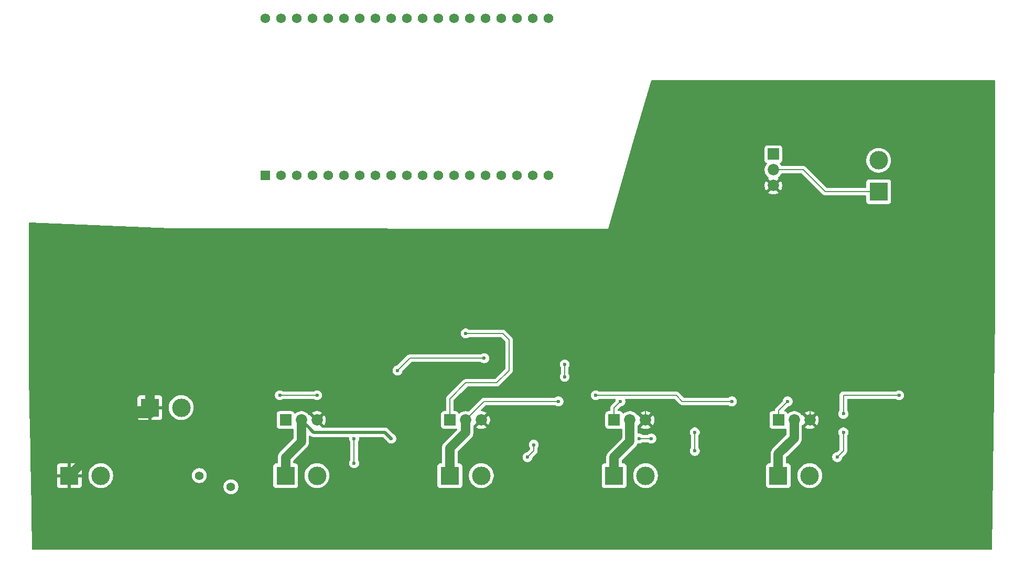
<source format=gbr>
%TF.GenerationSoftware,KiCad,Pcbnew,9.0.0*%
%TF.CreationDate,2025-07-08T15:13:07+02:00*%
%TF.ProjectId,Genric ESP32 5 MOSFEST ,47656e72-6963-4204-9553-503332203520,rev?*%
%TF.SameCoordinates,Original*%
%TF.FileFunction,Copper,L2,Bot*%
%TF.FilePolarity,Positive*%
%FSLAX46Y46*%
G04 Gerber Fmt 4.6, Leading zero omitted, Abs format (unit mm)*
G04 Created by KiCad (PCBNEW 9.0.0) date 2025-07-08 15:13:07*
%MOMM*%
%LPD*%
G01*
G04 APERTURE LIST*
%TA.AperFunction,ComponentPad*%
%ADD10C,1.560000*%
%TD*%
%TA.AperFunction,ComponentPad*%
%ADD11R,1.560000X1.560000*%
%TD*%
%TA.AperFunction,ComponentPad*%
%ADD12R,1.845000X1.845000*%
%TD*%
%TA.AperFunction,ComponentPad*%
%ADD13C,1.845000*%
%TD*%
%TA.AperFunction,ComponentPad*%
%ADD14R,3.000000X3.000000*%
%TD*%
%TA.AperFunction,ComponentPad*%
%ADD15C,3.000000*%
%TD*%
%TA.AperFunction,ComponentPad*%
%ADD16C,1.400000*%
%TD*%
%TA.AperFunction,ViaPad*%
%ADD17C,0.600000*%
%TD*%
%TA.AperFunction,Conductor*%
%ADD18C,0.500000*%
%TD*%
%TA.AperFunction,Conductor*%
%ADD19C,0.200000*%
%TD*%
%TA.AperFunction,Conductor*%
%ADD20C,1.500000*%
%TD*%
G04 APERTURE END LIST*
D10*
%TO.P,U2,J3-19,CLK*%
%TO.N,unconnected-(U2-CLK-PadJ3-19)*%
X96400000Y-111000000D03*
%TO.P,U2,J3-18,SD0*%
%TO.N,unconnected-(U2-SD0-PadJ3-18)*%
X93860000Y-111000000D03*
%TO.P,U2,J3-17,SD1*%
%TO.N,unconnected-(U2-SD1-PadJ3-17)*%
X91320000Y-111000000D03*
%TO.P,U2,J3-16,IO15*%
%TO.N,unconnected-(U2-IO15-PadJ3-16)*%
X88780000Y-111000000D03*
%TO.P,U2,J3-15,IO2*%
%TO.N,unconnected-(U2-IO2-PadJ3-15)*%
X86240000Y-111000000D03*
%TO.P,U2,J3-14,IO0*%
%TO.N,unconnected-(U2-IO0-PadJ3-14)*%
X83700000Y-111000000D03*
%TO.P,U2,J3-13,IO4*%
%TO.N,unconnected-(U2-IO4-PadJ3-13)*%
X81160000Y-111000000D03*
%TO.P,U2,J3-12,IO16*%
%TO.N,unconnected-(U2-IO16-PadJ3-12)*%
X78620000Y-111000000D03*
%TO.P,U2,J3-11,IO17*%
%TO.N,unconnected-(U2-IO17-PadJ3-11)*%
X76080000Y-111000000D03*
%TO.P,U2,J3-10,IO5*%
%TO.N,unconnected-(U2-IO5-PadJ3-10)*%
X73540000Y-111000000D03*
%TO.P,U2,J3-9,IO18*%
%TO.N,unconnected-(U2-IO18-PadJ3-9)*%
X71000000Y-111000000D03*
%TO.P,U2,J3-8,IO19*%
%TO.N,unconnected-(U2-IO19-PadJ3-8)*%
X68460000Y-111000000D03*
%TO.P,U2,J3-7,GND2*%
%TO.N,unconnected-(U2-GND2-PadJ3-7)*%
X65920000Y-111000000D03*
%TO.P,U2,J3-6,IO21*%
%TO.N,unconnected-(U2-IO21-PadJ3-6)*%
X63380000Y-111000000D03*
%TO.P,U2,J3-5,RXD0*%
%TO.N,unconnected-(U2-RXD0-PadJ3-5)*%
X60840000Y-111000000D03*
%TO.P,U2,J3-4,TXD0*%
%TO.N,unconnected-(U2-TXD0-PadJ3-4)*%
X58300000Y-111000000D03*
%TO.P,U2,J3-3,IO22*%
%TO.N,unconnected-(U2-IO22-PadJ3-3)*%
X55760000Y-111000000D03*
%TO.P,U2,J3-2,IO23*%
%TO.N,unconnected-(U2-IO23-PadJ3-2)*%
X53220000Y-111000000D03*
%TO.P,U2,J3-1,GND3*%
%TO.N,unconnected-(U2-GND3-PadJ3-1)*%
X50680000Y-111000000D03*
%TO.P,U2,J2-18,CMD*%
%TO.N,unconnected-(U2-CMD-PadJ2-18)*%
X93860000Y-136400000D03*
%TO.P,U2,J2-17,SD3*%
%TO.N,unconnected-(U2-SD3-PadJ2-17)*%
X91320000Y-136400000D03*
%TO.P,U2,J2-16,SD2*%
%TO.N,unconnected-(U2-SD2-PadJ2-16)*%
X88780000Y-136400000D03*
%TO.P,U2,J2-15,IO13*%
%TO.N,unconnected-(U2-IO13-PadJ2-15)*%
X86240000Y-136400000D03*
%TO.P,U2,J2-14,GND1*%
%TO.N,GND*%
X83700000Y-136400000D03*
%TO.P,U2,J2-13,IO12*%
%TO.N,unconnected-(U2-IO12-PadJ2-13)*%
X81160000Y-136400000D03*
%TO.P,U2,J2-12,IO14*%
%TO.N,unconnected-(U2-IO14-PadJ2-12)*%
X78620000Y-136400000D03*
%TO.P,U2,J2-11,IO27*%
%TO.N,Net-(U2-IO27)*%
X76080000Y-136400000D03*
%TO.P,U2,J2-10,IO26*%
%TO.N,Net-(U2-IO26)*%
X73540000Y-136400000D03*
%TO.P,U2,J2-9,IO25*%
%TO.N,Net-(U2-IO25)*%
X71000000Y-136400000D03*
%TO.P,U2,J2-8,IO33*%
%TO.N,Net-(U2-IO33)*%
X68460000Y-136400000D03*
%TO.P,U2,J2-7,IO32*%
%TO.N,Net-(U2-IO32)*%
X65920000Y-136400000D03*
%TO.P,U2,J2-6,IO35*%
%TO.N,unconnected-(U2-IO35-PadJ2-6)*%
X63380000Y-136400000D03*
%TO.P,U2,J2-5,IO34*%
%TO.N,unconnected-(U2-IO34-PadJ2-5)*%
X60840000Y-136400000D03*
%TO.P,U2,J2-4,SENSOR_VN*%
%TO.N,unconnected-(U2-SENSOR_VN-PadJ2-4)*%
X58300000Y-136400000D03*
%TO.P,U2,J2-3,SENSOR_VP*%
%TO.N,unconnected-(U2-SENSOR_VP-PadJ2-3)*%
X55760000Y-136400000D03*
%TO.P,U2,J2-19,EXT_5V*%
%TO.N,unconnected-(U2-EXT_5V-PadJ2-19)*%
X96400000Y-136400000D03*
%TO.P,U2,J2-2,EN*%
%TO.N,unconnected-(U2-EN-PadJ2-2)*%
X53220000Y-136400000D03*
D11*
%TO.P,U2,J2-1,3V3*%
%TO.N,Net-(D1-A)*%
X50680000Y-136400000D03*
%TD*%
D12*
%TO.P,Q6,1*%
%TO.N,Net-(Q6-Pad1)*%
X132700000Y-133000000D03*
D13*
%TO.P,Q6,2*%
%TO.N,Net-(D7-A)*%
X132700000Y-135540000D03*
%TO.P,Q6,3*%
%TO.N,GND*%
X132700000Y-138080000D03*
%TD*%
D12*
%TO.P,Q5,1*%
%TO.N,Net-(Q5-Pad1)*%
X133510000Y-176000000D03*
D13*
%TO.P,Q5,2*%
%TO.N,Net-(D3-A)*%
X136050000Y-176000000D03*
%TO.P,Q5,3*%
%TO.N,GND*%
X138590000Y-176000000D03*
%TD*%
D12*
%TO.P,Q4,1*%
%TO.N,Net-(Q4-Pad1)*%
X106980000Y-176000000D03*
D13*
%TO.P,Q4,2*%
%TO.N,Net-(D8-A)*%
X109520000Y-176000000D03*
%TO.P,Q4,3*%
%TO.N,GND*%
X112060000Y-176000000D03*
%TD*%
D12*
%TO.P,Q3,1*%
%TO.N,Net-(Q3-Pad1)*%
X80450000Y-176000000D03*
D13*
%TO.P,Q3,2*%
%TO.N,Net-(D9-A)*%
X82990000Y-176000000D03*
%TO.P,Q3,3*%
%TO.N,GND*%
X85530000Y-176000000D03*
%TD*%
D12*
%TO.P,Q1,1*%
%TO.N,Net-(Q1-Pad1)*%
X53920000Y-176000000D03*
D13*
%TO.P,Q1,2*%
%TO.N,Net-(D10-A)*%
X56460000Y-176000000D03*
%TO.P,Q1,3*%
%TO.N,GND*%
X59000000Y-176000000D03*
%TD*%
D14*
%TO.P,J10,1,Pin_1*%
%TO.N,Net-(D7-A)*%
X149700000Y-139080000D03*
D15*
%TO.P,J10,2,Pin_2*%
%TO.N,Net-(D10-K)*%
X149700000Y-134000000D03*
%TD*%
D14*
%TO.P,J9,1,Pin_1*%
%TO.N,GND*%
X32000000Y-174000000D03*
D15*
%TO.P,J9,2,Pin_2*%
%TO.N,Net-(J5-Pin_2)*%
X37080000Y-174000000D03*
%TD*%
D14*
%TO.P,J8,1,Pin_1*%
%TO.N,Net-(D3-A)*%
X133497143Y-185000000D03*
D15*
%TO.P,J8,2,Pin_2*%
%TO.N,Net-(D10-K)*%
X138577143Y-185000000D03*
%TD*%
D14*
%TO.P,J7,1,Pin_1*%
%TO.N,Net-(D8-A)*%
X106971429Y-185000000D03*
D15*
%TO.P,J7,2,Pin_2*%
%TO.N,Net-(D10-K)*%
X112051429Y-185000000D03*
%TD*%
D14*
%TO.P,J6,1,Pin_1*%
%TO.N,Net-(D9-A)*%
X80445714Y-185000000D03*
D15*
%TO.P,J6,2,Pin_2*%
%TO.N,Net-(D10-K)*%
X85525714Y-185000000D03*
%TD*%
D14*
%TO.P,J5,1,Pin_1*%
%TO.N,GND*%
X19000000Y-185000000D03*
D15*
%TO.P,J5,2,Pin_2*%
%TO.N,Net-(J5-Pin_2)*%
X24080000Y-185000000D03*
%TD*%
D14*
%TO.P,J4,1,Pin_1*%
%TO.N,Net-(D10-A)*%
X53920000Y-185000000D03*
D15*
%TO.P,J4,2,Pin_2*%
%TO.N,Net-(D10-K)*%
X59000000Y-185000000D03*
%TD*%
D16*
%TO.P,F1,1*%
%TO.N,Net-(J5-Pin_2)*%
X40000000Y-185000000D03*
%TO.P,F1,2*%
%TO.N,Net-(D10-K)*%
X45100000Y-186800000D03*
%TD*%
D17*
%TO.N,Net-(D10-A)*%
X71000000Y-179000000D03*
%TO.N,Net-(D5-K)*%
X99000000Y-169000000D03*
X99000000Y-167000000D03*
%TO.N,GND*%
X129000000Y-189000000D03*
X101000000Y-188000000D03*
X75000000Y-189000000D03*
%TO.N,Net-(D1-A)*%
X86000000Y-166000000D03*
%TO.N,Net-(D10-K)*%
X144000000Y-178000000D03*
X143000000Y-182000000D03*
X144000000Y-175000000D03*
X153000000Y-172000000D03*
%TO.N,GND*%
X138000000Y-173000000D03*
%TO.N,Net-(Q5-Pad1)*%
X135000000Y-173000000D03*
%TO.N,Net-(D1-A)*%
X126000000Y-173000000D03*
X104000000Y-172000000D03*
%TO.N,Net-(D10-K)*%
X120000000Y-178000000D03*
X120000000Y-181000000D03*
%TO.N,Net-(D8-A)*%
X111000000Y-179000000D03*
X113000000Y-179000000D03*
%TO.N,GND*%
X111000000Y-173000000D03*
%TO.N,Net-(Q4-Pad1)*%
X108000000Y-173000000D03*
%TO.N,Net-(D10-K)*%
X65000000Y-183000000D03*
X65000000Y-179000000D03*
X94000000Y-180000000D03*
X93000000Y-182000000D03*
%TO.N,Net-(D9-A)*%
X98000000Y-173000000D03*
%TO.N,Net-(Q3-Pad1)*%
X83000000Y-162000000D03*
%TO.N,Net-(D1-A)*%
X72000000Y-168000000D03*
%TO.N,GND*%
X62000000Y-167000000D03*
%TO.N,Net-(D1-A)*%
X53000000Y-172000000D03*
X59000000Y-172000000D03*
%TO.N,GND*%
X40500000Y-158500000D03*
%TD*%
D18*
%TO.N,Net-(D10-A)*%
X56460000Y-176000000D02*
X58460000Y-178000000D01*
X58460000Y-178000000D02*
X70000000Y-178000000D01*
X70000000Y-178000000D02*
X71000000Y-179000000D01*
D19*
%TO.N,Net-(D5-K)*%
X99000000Y-167000000D02*
X99000000Y-169000000D01*
%TO.N,Net-(D10-K)*%
X120000000Y-181000000D02*
X120000000Y-178000000D01*
%TO.N,Net-(D7-A)*%
X132700000Y-135540000D02*
X137540000Y-135540000D01*
X137540000Y-135540000D02*
X141080000Y-139080000D01*
X141080000Y-139080000D02*
X149700000Y-139080000D01*
%TO.N,Net-(D10-K)*%
X144000000Y-181000000D02*
X144000000Y-178000000D01*
X143000000Y-182000000D02*
X144000000Y-181000000D01*
X144000000Y-175000000D02*
X144000000Y-172000000D01*
X144000000Y-172000000D02*
X153000000Y-172000000D01*
%TO.N,GND*%
X138590000Y-176000000D02*
X138590000Y-173590000D01*
X138590000Y-173590000D02*
X138000000Y-173000000D01*
%TO.N,Net-(Q5-Pad1)*%
X133510000Y-176000000D02*
X133510000Y-174490000D01*
X133510000Y-174490000D02*
X135000000Y-173000000D01*
%TO.N,Net-(D1-A)*%
X104000000Y-172000000D02*
X117000000Y-172000000D01*
X117000000Y-172000000D02*
X118000000Y-173000000D01*
X118000000Y-173000000D02*
X126000000Y-173000000D01*
%TO.N,Net-(D8-A)*%
X111000000Y-179000000D02*
X113000000Y-179000000D01*
%TO.N,GND*%
X112060000Y-176000000D02*
X112060000Y-174060000D01*
X112060000Y-174060000D02*
X111000000Y-173000000D01*
%TO.N,Net-(Q4-Pad1)*%
X106980000Y-176000000D02*
X106980000Y-174020000D01*
X106980000Y-174020000D02*
X108000000Y-173000000D01*
%TO.N,Net-(D10-K)*%
X65000000Y-179000000D02*
X65000000Y-183000000D01*
X94000000Y-180000000D02*
X94000000Y-181000000D01*
X94000000Y-181000000D02*
X93000000Y-182000000D01*
%TO.N,Net-(D9-A)*%
X82990000Y-176000000D02*
X85990000Y-173000000D01*
X85990000Y-173000000D02*
X98000000Y-173000000D01*
%TO.N,Net-(Q3-Pad1)*%
X80450000Y-172550000D02*
X83000000Y-170000000D01*
X80450000Y-176000000D02*
X80450000Y-172550000D01*
X89000000Y-162000000D02*
X83000000Y-162000000D01*
X88000000Y-170000000D02*
X90000000Y-168000000D01*
X83000000Y-170000000D02*
X88000000Y-170000000D01*
X90000000Y-163000000D02*
X89000000Y-162000000D01*
X90000000Y-168000000D02*
X90000000Y-163000000D01*
%TO.N,Net-(D1-A)*%
X72000000Y-168000000D02*
X74000000Y-166000000D01*
X74000000Y-166000000D02*
X86000000Y-166000000D01*
%TO.N,GND*%
X62000000Y-167000000D02*
X62000000Y-173000000D01*
X62000000Y-173000000D02*
X59000000Y-176000000D01*
%TO.N,Net-(D1-A)*%
X53000000Y-172000000D02*
X59000000Y-172000000D01*
D20*
%TO.N,GND*%
X32000000Y-167000000D02*
X40500000Y-158500000D01*
X32000000Y-175000000D02*
X32000000Y-167000000D01*
%TO.N,Net-(D10-A)*%
X53920000Y-185000000D02*
X53920000Y-182080000D01*
X53920000Y-182080000D02*
X56460000Y-179540000D01*
X56460000Y-179540000D02*
X56460000Y-176000000D01*
%TO.N,GND*%
X19000000Y-185000000D02*
X29000000Y-175000000D01*
X29000000Y-175000000D02*
X32000000Y-175000000D01*
%TO.N,Net-(D9-A)*%
X80445714Y-185000000D02*
X80445714Y-180554286D01*
X80445714Y-180554286D02*
X82990000Y-178010000D01*
X82990000Y-178010000D02*
X82990000Y-176000000D01*
%TO.N,Net-(D8-A)*%
X106971429Y-185000000D02*
X106971429Y-182028571D01*
X106971429Y-182028571D02*
X109520000Y-179480000D01*
X109520000Y-179480000D02*
X109520000Y-176000000D01*
%TO.N,Net-(D3-A)*%
X133497143Y-185000000D02*
X133497143Y-181502857D01*
X133497143Y-181502857D02*
X136050000Y-178950000D01*
X136050000Y-178950000D02*
X136050000Y-176000000D01*
%TD*%
%TA.AperFunction,Conductor*%
%TO.N,GND*%
G36*
X168442539Y-121019685D02*
G01*
X168488294Y-121072489D01*
X168499500Y-121124000D01*
X168499500Y-159037205D01*
X168499489Y-159038836D01*
X168001610Y-196877631D01*
X167981045Y-196944406D01*
X167927644Y-196989462D01*
X167877621Y-197000000D01*
X13121683Y-197000000D01*
X13054644Y-196980315D01*
X13008889Y-196927511D01*
X12997705Y-196878339D01*
X12777377Y-185200977D01*
X12744381Y-183452155D01*
X17000000Y-183452155D01*
X17000000Y-184750000D01*
X18280936Y-184750000D01*
X18269207Y-184778316D01*
X18240000Y-184925147D01*
X18240000Y-185074853D01*
X18269207Y-185221684D01*
X18280936Y-185250000D01*
X17000000Y-185250000D01*
X17000000Y-186547844D01*
X17006401Y-186607372D01*
X17006403Y-186607379D01*
X17056645Y-186742086D01*
X17056649Y-186742093D01*
X17142809Y-186857187D01*
X17142812Y-186857190D01*
X17257906Y-186943350D01*
X17257913Y-186943354D01*
X17392620Y-186993596D01*
X17392627Y-186993598D01*
X17452155Y-186999999D01*
X17452172Y-187000000D01*
X18750000Y-187000000D01*
X18750000Y-185719064D01*
X18778316Y-185730793D01*
X18925147Y-185760000D01*
X19074853Y-185760000D01*
X19221684Y-185730793D01*
X19250000Y-185719064D01*
X19250000Y-187000000D01*
X20547828Y-187000000D01*
X20547844Y-186999999D01*
X20607372Y-186993598D01*
X20607379Y-186993596D01*
X20742086Y-186943354D01*
X20742093Y-186943350D01*
X20857187Y-186857190D01*
X20857190Y-186857187D01*
X20943350Y-186742093D01*
X20943354Y-186742086D01*
X20993596Y-186607379D01*
X20993598Y-186607372D01*
X20999999Y-186547844D01*
X21000000Y-186547827D01*
X21000000Y-185250000D01*
X19719064Y-185250000D01*
X19730793Y-185221684D01*
X19760000Y-185074853D01*
X19760000Y-184925147D01*
X19748806Y-184868872D01*
X22079500Y-184868872D01*
X22079500Y-185131127D01*
X22091423Y-185221684D01*
X22113730Y-185391116D01*
X22177487Y-185629060D01*
X22181602Y-185644418D01*
X22181605Y-185644428D01*
X22281953Y-185886690D01*
X22281958Y-185886700D01*
X22413075Y-186113803D01*
X22572718Y-186321851D01*
X22572726Y-186321860D01*
X22758140Y-186507274D01*
X22758148Y-186507281D01*
X22758149Y-186507282D01*
X22806554Y-186544424D01*
X22966196Y-186666924D01*
X23193299Y-186798041D01*
X23193309Y-186798046D01*
X23435571Y-186898394D01*
X23435581Y-186898398D01*
X23688884Y-186966270D01*
X23937188Y-186998960D01*
X23948864Y-187000498D01*
X23948880Y-187000500D01*
X23948887Y-187000500D01*
X24211113Y-187000500D01*
X24211120Y-187000500D01*
X24471116Y-186966270D01*
X24724419Y-186898398D01*
X24966697Y-186798043D01*
X25126965Y-186705513D01*
X43899500Y-186705513D01*
X43899500Y-186894486D01*
X43929059Y-187081118D01*
X43987454Y-187260836D01*
X44073240Y-187429199D01*
X44184310Y-187582073D01*
X44317927Y-187715690D01*
X44470801Y-187826760D01*
X44550347Y-187867290D01*
X44639163Y-187912545D01*
X44639165Y-187912545D01*
X44639168Y-187912547D01*
X44735497Y-187943846D01*
X44818881Y-187970940D01*
X45005514Y-188000500D01*
X45005519Y-188000500D01*
X45194486Y-188000500D01*
X45381118Y-187970940D01*
X45560832Y-187912547D01*
X45729199Y-187826760D01*
X45882073Y-187715690D01*
X46015690Y-187582073D01*
X46126760Y-187429199D01*
X46212547Y-187260832D01*
X46270940Y-187081118D01*
X46300500Y-186894486D01*
X46300500Y-186705513D01*
X46270940Y-186518881D01*
X46212545Y-186339163D01*
X46141892Y-186200500D01*
X46126760Y-186170801D01*
X46015690Y-186017927D01*
X45882073Y-185884310D01*
X45729199Y-185773240D01*
X45703214Y-185760000D01*
X45560836Y-185687454D01*
X45381118Y-185629059D01*
X45194486Y-185599500D01*
X45194481Y-185599500D01*
X45005519Y-185599500D01*
X45005514Y-185599500D01*
X44818881Y-185629059D01*
X44639163Y-185687454D01*
X44470800Y-185773240D01*
X44383579Y-185836610D01*
X44317927Y-185884310D01*
X44317925Y-185884312D01*
X44317924Y-185884312D01*
X44184312Y-186017924D01*
X44184312Y-186017925D01*
X44184310Y-186017927D01*
X44136610Y-186083579D01*
X44073240Y-186170800D01*
X43987454Y-186339163D01*
X43929059Y-186518881D01*
X43899500Y-186705513D01*
X25126965Y-186705513D01*
X25193803Y-186666924D01*
X25401851Y-186507282D01*
X25401855Y-186507277D01*
X25401860Y-186507274D01*
X25587274Y-186321860D01*
X25587277Y-186321855D01*
X25587282Y-186321851D01*
X25746924Y-186113803D01*
X25878043Y-185886697D01*
X25978398Y-185644419D01*
X26046270Y-185391116D01*
X26080500Y-185131120D01*
X26080500Y-184905513D01*
X38799500Y-184905513D01*
X38799500Y-185094486D01*
X38829059Y-185281118D01*
X38887454Y-185460836D01*
X38973169Y-185629059D01*
X38973240Y-185629199D01*
X39084310Y-185782073D01*
X39217927Y-185915690D01*
X39370801Y-186026760D01*
X39450347Y-186067290D01*
X39539163Y-186112545D01*
X39539165Y-186112545D01*
X39539168Y-186112547D01*
X39635497Y-186143846D01*
X39718881Y-186170940D01*
X39905514Y-186200500D01*
X39905519Y-186200500D01*
X40094486Y-186200500D01*
X40281118Y-186170940D01*
X40281549Y-186170800D01*
X40460832Y-186112547D01*
X40629199Y-186026760D01*
X40782073Y-185915690D01*
X40915690Y-185782073D01*
X41026760Y-185629199D01*
X41112547Y-185460832D01*
X41170940Y-185281118D01*
X41175869Y-185250000D01*
X41200500Y-185094486D01*
X41200500Y-184905513D01*
X41170940Y-184718881D01*
X41143846Y-184635497D01*
X41112547Y-184539168D01*
X41112545Y-184539165D01*
X41112545Y-184539163D01*
X41067290Y-184450347D01*
X41026760Y-184370801D01*
X40915690Y-184217927D01*
X40782073Y-184084310D01*
X40629199Y-183973240D01*
X40460836Y-183887454D01*
X40281118Y-183829059D01*
X40094486Y-183799500D01*
X40094481Y-183799500D01*
X39905519Y-183799500D01*
X39905514Y-183799500D01*
X39718881Y-183829059D01*
X39539163Y-183887454D01*
X39370800Y-183973240D01*
X39283579Y-184036610D01*
X39217927Y-184084310D01*
X39217925Y-184084312D01*
X39217924Y-184084312D01*
X39084312Y-184217924D01*
X39084312Y-184217925D01*
X39084310Y-184217927D01*
X39068273Y-184240000D01*
X38973240Y-184370800D01*
X38887454Y-184539163D01*
X38829059Y-184718881D01*
X38799500Y-184905513D01*
X26080500Y-184905513D01*
X26080500Y-184868880D01*
X26046270Y-184608884D01*
X25978398Y-184355581D01*
X25921379Y-184217924D01*
X25878046Y-184113309D01*
X25878041Y-184113299D01*
X25746924Y-183886196D01*
X25587281Y-183678148D01*
X25587274Y-183678140D01*
X25401860Y-183492726D01*
X25401851Y-183492718D01*
X25348963Y-183452135D01*
X51919500Y-183452135D01*
X51919500Y-186547870D01*
X51919501Y-186547876D01*
X51925908Y-186607483D01*
X51976202Y-186742328D01*
X51976206Y-186742335D01*
X52062452Y-186857544D01*
X52062455Y-186857547D01*
X52177664Y-186943793D01*
X52177671Y-186943797D01*
X52312517Y-186994091D01*
X52312516Y-186994091D01*
X52319444Y-186994835D01*
X52372127Y-187000500D01*
X55467872Y-187000499D01*
X55527483Y-186994091D01*
X55662331Y-186943796D01*
X55777546Y-186857546D01*
X55863796Y-186742331D01*
X55914091Y-186607483D01*
X55920500Y-186547873D01*
X55920499Y-184868872D01*
X56999500Y-184868872D01*
X56999500Y-185131127D01*
X57011423Y-185221684D01*
X57033730Y-185391116D01*
X57097487Y-185629060D01*
X57101602Y-185644418D01*
X57101605Y-185644428D01*
X57201953Y-185886690D01*
X57201958Y-185886700D01*
X57333075Y-186113803D01*
X57492718Y-186321851D01*
X57492726Y-186321860D01*
X57678140Y-186507274D01*
X57678148Y-186507281D01*
X57678149Y-186507282D01*
X57726554Y-186544424D01*
X57886196Y-186666924D01*
X58113299Y-186798041D01*
X58113309Y-186798046D01*
X58355571Y-186898394D01*
X58355581Y-186898398D01*
X58608884Y-186966270D01*
X58857188Y-186998960D01*
X58868864Y-187000498D01*
X58868880Y-187000500D01*
X58868887Y-187000500D01*
X59131113Y-187000500D01*
X59131120Y-187000500D01*
X59391116Y-186966270D01*
X59644419Y-186898398D01*
X59886697Y-186798043D01*
X60113803Y-186666924D01*
X60321851Y-186507282D01*
X60321855Y-186507277D01*
X60321860Y-186507274D01*
X60507274Y-186321860D01*
X60507277Y-186321855D01*
X60507282Y-186321851D01*
X60666924Y-186113803D01*
X60798043Y-185886697D01*
X60898398Y-185644419D01*
X60966270Y-185391116D01*
X61000500Y-185131120D01*
X61000500Y-184868880D01*
X60966270Y-184608884D01*
X60898398Y-184355581D01*
X60841379Y-184217924D01*
X60798046Y-184113309D01*
X60798041Y-184113299D01*
X60666924Y-183886196D01*
X60507281Y-183678148D01*
X60507274Y-183678140D01*
X60321860Y-183492726D01*
X60321851Y-183492718D01*
X60113803Y-183333075D01*
X59886700Y-183201958D01*
X59886690Y-183201953D01*
X59644428Y-183101605D01*
X59644421Y-183101603D01*
X59644419Y-183101602D01*
X59391116Y-183033730D01*
X59333339Y-183026123D01*
X59131127Y-182999500D01*
X59131120Y-182999500D01*
X58868880Y-182999500D01*
X58868872Y-182999500D01*
X58637772Y-183029926D01*
X58608884Y-183033730D01*
X58440508Y-183078846D01*
X58355581Y-183101602D01*
X58355571Y-183101605D01*
X58113309Y-183201953D01*
X58113299Y-183201958D01*
X57886196Y-183333075D01*
X57678148Y-183492718D01*
X57492718Y-183678148D01*
X57333075Y-183886196D01*
X57201958Y-184113299D01*
X57201953Y-184113309D01*
X57101605Y-184355571D01*
X57101602Y-184355581D01*
X57033730Y-184608885D01*
X56999500Y-184868872D01*
X55920499Y-184868872D01*
X55920499Y-183452128D01*
X55914091Y-183392517D01*
X55909390Y-183379914D01*
X55863797Y-183257671D01*
X55863793Y-183257664D01*
X55777547Y-183142455D01*
X55777544Y-183142452D01*
X55662335Y-183056206D01*
X55662328Y-183056202D01*
X55527482Y-183005908D01*
X55527483Y-183005908D01*
X55467883Y-182999501D01*
X55467881Y-182999500D01*
X55467873Y-182999500D01*
X55467865Y-182999500D01*
X55294500Y-182999500D01*
X55285814Y-182996949D01*
X55276853Y-182998238D01*
X55252812Y-182987259D01*
X55227461Y-182979815D01*
X55221533Y-182972974D01*
X55213297Y-182969213D01*
X55199007Y-182946978D01*
X55181706Y-182927011D01*
X55179418Y-182916496D01*
X55175523Y-182910435D01*
X55170500Y-182875500D01*
X55170500Y-182649336D01*
X55190185Y-182582297D01*
X55206819Y-182561655D01*
X56278767Y-181489707D01*
X57413828Y-180354646D01*
X57445501Y-180311052D01*
X57457422Y-180294645D01*
X57481533Y-180261459D01*
X57529524Y-180195405D01*
X57618884Y-180020025D01*
X57679709Y-179832826D01*
X57690214Y-179766503D01*
X57694469Y-179739637D01*
X57710500Y-179638421D01*
X57710500Y-178611229D01*
X57730185Y-178544190D01*
X57782989Y-178498435D01*
X57852147Y-178488491D01*
X57915703Y-178517516D01*
X57922167Y-178523534D01*
X57976184Y-178577551D01*
X57981585Y-178582952D01*
X58104498Y-178665080D01*
X58104511Y-178665087D01*
X58241082Y-178721656D01*
X58241087Y-178721658D01*
X58241091Y-178721658D01*
X58241092Y-178721659D01*
X58386079Y-178750500D01*
X58386082Y-178750500D01*
X58386083Y-178750500D01*
X58533917Y-178750500D01*
X64082351Y-178750500D01*
X64149390Y-178770185D01*
X64195145Y-178822989D01*
X64205089Y-178892147D01*
X64203969Y-178898690D01*
X64199500Y-178921158D01*
X64199500Y-179078846D01*
X64230261Y-179233489D01*
X64230264Y-179233501D01*
X64290602Y-179379172D01*
X64290609Y-179379185D01*
X64378602Y-179510874D01*
X64399480Y-179577551D01*
X64399500Y-179579765D01*
X64399500Y-182420234D01*
X64379815Y-182487273D01*
X64378602Y-182489125D01*
X64290609Y-182620814D01*
X64290602Y-182620827D01*
X64230264Y-182766498D01*
X64230261Y-182766510D01*
X64199500Y-182921153D01*
X64199500Y-183078846D01*
X64230261Y-183233489D01*
X64230264Y-183233501D01*
X64290602Y-183379172D01*
X64290609Y-183379185D01*
X64378210Y-183510288D01*
X64378213Y-183510292D01*
X64489707Y-183621786D01*
X64489711Y-183621789D01*
X64620814Y-183709390D01*
X64620827Y-183709397D01*
X64766498Y-183769735D01*
X64766503Y-183769737D01*
X64916131Y-183799500D01*
X64921153Y-183800499D01*
X64921156Y-183800500D01*
X64921158Y-183800500D01*
X65078844Y-183800500D01*
X65078845Y-183800499D01*
X65233497Y-183769737D01*
X65379179Y-183709394D01*
X65510289Y-183621789D01*
X65621789Y-183510289D01*
X65660645Y-183452135D01*
X78445214Y-183452135D01*
X78445214Y-186547870D01*
X78445215Y-186547876D01*
X78451622Y-186607483D01*
X78501916Y-186742328D01*
X78501920Y-186742335D01*
X78588166Y-186857544D01*
X78588169Y-186857547D01*
X78703378Y-186943793D01*
X78703385Y-186943797D01*
X78838231Y-186994091D01*
X78838230Y-186994091D01*
X78845158Y-186994835D01*
X78897841Y-187000500D01*
X81993586Y-187000499D01*
X82053197Y-186994091D01*
X82188045Y-186943796D01*
X82303260Y-186857546D01*
X82389510Y-186742331D01*
X82439805Y-186607483D01*
X82446214Y-186547873D01*
X82446213Y-184868872D01*
X83525214Y-184868872D01*
X83525214Y-185131127D01*
X83537137Y-185221684D01*
X83559444Y-185391116D01*
X83623201Y-185629060D01*
X83627316Y-185644418D01*
X83627319Y-185644428D01*
X83727667Y-185886690D01*
X83727672Y-185886700D01*
X83858789Y-186113803D01*
X84018432Y-186321851D01*
X84018440Y-186321860D01*
X84203854Y-186507274D01*
X84203862Y-186507281D01*
X84203863Y-186507282D01*
X84252268Y-186544424D01*
X84411910Y-186666924D01*
X84639013Y-186798041D01*
X84639023Y-186798046D01*
X84881285Y-186898394D01*
X84881295Y-186898398D01*
X85134598Y-186966270D01*
X85382902Y-186998960D01*
X85394578Y-187000498D01*
X85394594Y-187000500D01*
X85394601Y-187000500D01*
X85656827Y-187000500D01*
X85656834Y-187000500D01*
X85916830Y-186966270D01*
X86170133Y-186898398D01*
X86412411Y-186798043D01*
X86639517Y-186666924D01*
X86847565Y-186507282D01*
X86847569Y-186507277D01*
X86847574Y-186507274D01*
X87032988Y-186321860D01*
X87032991Y-186321855D01*
X87032996Y-186321851D01*
X87192638Y-186113803D01*
X87323757Y-185886697D01*
X87424112Y-185644419D01*
X87491984Y-185391116D01*
X87526214Y-185131120D01*
X87526214Y-184868880D01*
X87491984Y-184608884D01*
X87424112Y-184355581D01*
X87367093Y-184217924D01*
X87323760Y-184113309D01*
X87323755Y-184113299D01*
X87192638Y-183886196D01*
X87032995Y-183678148D01*
X87032988Y-183678140D01*
X86847574Y-183492726D01*
X86847565Y-183492718D01*
X86639517Y-183333075D01*
X86412414Y-183201958D01*
X86412404Y-183201953D01*
X86170142Y-183101605D01*
X86170135Y-183101603D01*
X86170133Y-183101602D01*
X85916830Y-183033730D01*
X85859053Y-183026123D01*
X85656841Y-182999500D01*
X85656834Y-182999500D01*
X85394594Y-182999500D01*
X85394586Y-182999500D01*
X85163486Y-183029926D01*
X85134598Y-183033730D01*
X84966222Y-183078846D01*
X84881295Y-183101602D01*
X84881285Y-183101605D01*
X84639023Y-183201953D01*
X84639013Y-183201958D01*
X84411910Y-183333075D01*
X84203862Y-183492718D01*
X84018432Y-183678148D01*
X83858789Y-183886196D01*
X83727672Y-184113299D01*
X83727667Y-184113309D01*
X83627319Y-184355571D01*
X83627316Y-184355581D01*
X83559444Y-184608885D01*
X83525214Y-184868872D01*
X82446213Y-184868872D01*
X82446213Y-183452128D01*
X82439805Y-183392517D01*
X82435104Y-183379914D01*
X82389511Y-183257671D01*
X82389507Y-183257664D01*
X82303261Y-183142455D01*
X82303258Y-183142452D01*
X82188049Y-183056206D01*
X82188042Y-183056202D01*
X82053196Y-183005908D01*
X82053197Y-183005908D01*
X81993597Y-182999501D01*
X81993595Y-182999500D01*
X81993587Y-182999500D01*
X81993579Y-182999500D01*
X81820214Y-182999500D01*
X81753175Y-182979815D01*
X81707420Y-182927011D01*
X81696214Y-182875500D01*
X81696214Y-181921153D01*
X92199500Y-181921153D01*
X92199500Y-182078846D01*
X92230261Y-182233489D01*
X92230264Y-182233501D01*
X92290602Y-182379172D01*
X92290609Y-182379185D01*
X92378210Y-182510288D01*
X92378213Y-182510292D01*
X92489707Y-182621786D01*
X92489711Y-182621789D01*
X92620814Y-182709390D01*
X92620827Y-182709397D01*
X92758683Y-182766498D01*
X92766503Y-182769737D01*
X92921153Y-182800499D01*
X92921156Y-182800500D01*
X92921158Y-182800500D01*
X93078844Y-182800500D01*
X93078845Y-182800499D01*
X93233497Y-182769737D01*
X93379179Y-182709394D01*
X93510289Y-182621789D01*
X93621789Y-182510289D01*
X93709394Y-182379179D01*
X93769737Y-182233497D01*
X93789113Y-182136085D01*
X93800638Y-182078150D01*
X93833023Y-182016239D01*
X93834515Y-182014719D01*
X94480520Y-181368716D01*
X94559577Y-181231784D01*
X94600501Y-181079057D01*
X94600501Y-180920942D01*
X94600501Y-180913347D01*
X94600500Y-180913329D01*
X94600500Y-180579765D01*
X94620185Y-180512726D01*
X94621398Y-180510874D01*
X94709390Y-180379185D01*
X94709390Y-180379184D01*
X94709394Y-180379179D01*
X94769737Y-180233497D01*
X94800500Y-180078842D01*
X94800500Y-179921158D01*
X94800500Y-179921155D01*
X94800499Y-179921153D01*
X94790267Y-179869715D01*
X94769737Y-179766503D01*
X94746080Y-179709390D01*
X94709397Y-179620827D01*
X94709390Y-179620814D01*
X94621789Y-179489711D01*
X94621786Y-179489707D01*
X94510292Y-179378213D01*
X94510288Y-179378210D01*
X94379185Y-179290609D01*
X94379172Y-179290602D01*
X94233501Y-179230264D01*
X94233489Y-179230261D01*
X94078845Y-179199500D01*
X94078842Y-179199500D01*
X93921158Y-179199500D01*
X93921155Y-179199500D01*
X93766510Y-179230261D01*
X93766498Y-179230264D01*
X93620827Y-179290602D01*
X93620814Y-179290609D01*
X93489711Y-179378210D01*
X93489707Y-179378213D01*
X93378213Y-179489707D01*
X93378210Y-179489711D01*
X93290609Y-179620814D01*
X93290602Y-179620827D01*
X93230264Y-179766498D01*
X93230261Y-179766510D01*
X93199500Y-179921153D01*
X93199500Y-180078846D01*
X93230261Y-180233489D01*
X93230264Y-180233501D01*
X93290602Y-180379172D01*
X93290609Y-180379185D01*
X93378602Y-180510874D01*
X93384252Y-180528920D01*
X93394477Y-180544830D01*
X93398928Y-180575789D01*
X93399480Y-180577551D01*
X93399500Y-180579765D01*
X93399500Y-180699902D01*
X93379815Y-180766941D01*
X93363181Y-180787583D01*
X92985339Y-181165425D01*
X92924016Y-181198910D01*
X92921850Y-181199361D01*
X92766508Y-181230261D01*
X92766498Y-181230264D01*
X92620827Y-181290602D01*
X92620814Y-181290609D01*
X92489711Y-181378210D01*
X92489707Y-181378213D01*
X92378213Y-181489707D01*
X92378210Y-181489711D01*
X92290609Y-181620814D01*
X92290602Y-181620827D01*
X92230264Y-181766498D01*
X92230261Y-181766510D01*
X92199500Y-181921153D01*
X81696214Y-181921153D01*
X81696214Y-181123622D01*
X81715899Y-181056583D01*
X81732533Y-181035941D01*
X82808448Y-179960026D01*
X83943829Y-178824646D01*
X84059524Y-178665405D01*
X84148884Y-178490026D01*
X84209709Y-178302826D01*
X84216446Y-178260291D01*
X84225980Y-178200097D01*
X84240500Y-178108422D01*
X84240500Y-176938137D01*
X84260185Y-176871098D01*
X84312989Y-176825343D01*
X84359286Y-176817160D01*
X84955745Y-176220700D01*
X84984994Y-176291312D01*
X85052298Y-176392040D01*
X85137960Y-176477702D01*
X85238688Y-176545006D01*
X85309298Y-176574253D01*
X84716376Y-177167174D01*
X84784446Y-177216630D01*
X84983946Y-177318281D01*
X85196896Y-177387473D01*
X85418042Y-177422500D01*
X85641958Y-177422500D01*
X85863103Y-177387473D01*
X86076053Y-177318281D01*
X86275552Y-177216631D01*
X86343621Y-177167174D01*
X86343622Y-177167174D01*
X85750701Y-176574253D01*
X85821312Y-176545006D01*
X85922040Y-176477702D01*
X86007702Y-176392040D01*
X86075006Y-176291312D01*
X86104253Y-176220701D01*
X86697174Y-176813622D01*
X86697174Y-176813621D01*
X86746631Y-176745552D01*
X86848281Y-176546053D01*
X86917473Y-176333103D01*
X86952500Y-176111958D01*
X86952500Y-175888041D01*
X86917473Y-175666896D01*
X86848281Y-175453946D01*
X86746630Y-175254446D01*
X86697174Y-175186377D01*
X86697174Y-175186376D01*
X86104253Y-175779297D01*
X86075006Y-175708688D01*
X86007702Y-175607960D01*
X85922040Y-175522298D01*
X85821312Y-175454994D01*
X85750700Y-175425745D01*
X86343622Y-174832824D01*
X86343621Y-174832822D01*
X86275556Y-174783371D01*
X86076053Y-174681718D01*
X85863103Y-174612526D01*
X85641958Y-174577500D01*
X85561096Y-174577500D01*
X85494057Y-174557815D01*
X85448302Y-174505011D01*
X85438358Y-174435853D01*
X85467383Y-174372297D01*
X85473398Y-174365836D01*
X86202417Y-173636819D01*
X86263740Y-173603334D01*
X86290098Y-173600500D01*
X97420234Y-173600500D01*
X97487273Y-173620185D01*
X97489125Y-173621398D01*
X97620814Y-173709390D01*
X97620827Y-173709397D01*
X97690114Y-173738096D01*
X97766503Y-173769737D01*
X97859398Y-173788215D01*
X97921153Y-173800499D01*
X97921156Y-173800500D01*
X97921158Y-173800500D01*
X98078844Y-173800500D01*
X98078845Y-173800499D01*
X98233497Y-173769737D01*
X98379179Y-173709394D01*
X98510289Y-173621789D01*
X98621789Y-173510289D01*
X98709394Y-173379179D01*
X98769737Y-173233497D01*
X98800500Y-173078842D01*
X98800500Y-172921158D01*
X98800500Y-172921155D01*
X98800499Y-172921153D01*
X98793546Y-172886197D01*
X98769737Y-172766503D01*
X98762710Y-172749539D01*
X98709397Y-172620827D01*
X98709390Y-172620814D01*
X98621789Y-172489711D01*
X98621786Y-172489707D01*
X98510292Y-172378213D01*
X98510288Y-172378210D01*
X98379185Y-172290609D01*
X98379172Y-172290602D01*
X98233501Y-172230264D01*
X98233489Y-172230261D01*
X98078845Y-172199500D01*
X98078842Y-172199500D01*
X97921158Y-172199500D01*
X97921155Y-172199500D01*
X97766510Y-172230261D01*
X97766498Y-172230264D01*
X97620827Y-172290602D01*
X97620814Y-172290609D01*
X97489125Y-172378602D01*
X97422447Y-172399480D01*
X97420234Y-172399500D01*
X86076670Y-172399500D01*
X86076654Y-172399499D01*
X86069058Y-172399499D01*
X85910943Y-172399499D01*
X85834579Y-172419961D01*
X85758214Y-172440423D01*
X85758209Y-172440426D01*
X85621290Y-172519475D01*
X85621282Y-172519481D01*
X83532059Y-174608704D01*
X83470736Y-174642189D01*
X83406061Y-174638954D01*
X83323223Y-174612039D01*
X83157299Y-174585759D01*
X83101993Y-174577000D01*
X82878007Y-174577000D01*
X82793845Y-174590330D01*
X82656779Y-174612039D01*
X82443753Y-174681255D01*
X82244185Y-174782941D01*
X82172298Y-174835171D01*
X82062978Y-174914597D01*
X82062976Y-174914599D01*
X82062974Y-174914600D01*
X82041318Y-174936256D01*
X81979995Y-174969740D01*
X81910303Y-174964754D01*
X81854370Y-174922881D01*
X81837459Y-174891911D01*
X81816296Y-174835169D01*
X81816295Y-174835167D01*
X81816293Y-174835164D01*
X81730047Y-174719955D01*
X81730044Y-174719952D01*
X81614835Y-174633706D01*
X81614828Y-174633702D01*
X81479982Y-174583408D01*
X81479983Y-174583408D01*
X81420383Y-174577001D01*
X81420381Y-174577000D01*
X81420373Y-174577000D01*
X81420365Y-174577000D01*
X81174500Y-174577000D01*
X81107461Y-174557315D01*
X81061706Y-174504511D01*
X81050500Y-174453000D01*
X81050500Y-172850097D01*
X81070185Y-172783058D01*
X81086819Y-172762416D01*
X81928082Y-171921153D01*
X103199500Y-171921153D01*
X103199500Y-172078846D01*
X103230261Y-172233489D01*
X103230264Y-172233501D01*
X103290602Y-172379172D01*
X103290609Y-172379185D01*
X103378210Y-172510288D01*
X103378213Y-172510292D01*
X103489707Y-172621786D01*
X103489711Y-172621789D01*
X103620814Y-172709390D01*
X103620827Y-172709397D01*
X103748828Y-172762416D01*
X103766503Y-172769737D01*
X103912285Y-172798735D01*
X103921153Y-172800499D01*
X103921156Y-172800500D01*
X103921158Y-172800500D01*
X104078844Y-172800500D01*
X104078845Y-172800499D01*
X104233497Y-172769737D01*
X104379179Y-172709394D01*
X104389286Y-172702641D01*
X104510875Y-172621398D01*
X104577553Y-172600520D01*
X104579766Y-172600500D01*
X107113445Y-172600500D01*
X107180484Y-172620185D01*
X107226239Y-172672989D01*
X107236183Y-172742147D01*
X107234891Y-172749539D01*
X107232513Y-172761069D01*
X107230263Y-172766503D01*
X107199500Y-172921158D01*
X107199500Y-172921193D01*
X107199190Y-172922697D01*
X107182978Y-172953167D01*
X107166976Y-172983761D01*
X107166380Y-172984366D01*
X107166373Y-172984381D01*
X107166358Y-172984388D01*
X107165425Y-172985339D01*
X106499481Y-173651282D01*
X106499480Y-173651284D01*
X106465931Y-173709394D01*
X106449361Y-173738094D01*
X106449359Y-173738096D01*
X106420425Y-173788209D01*
X106420424Y-173788210D01*
X106420423Y-173788215D01*
X106379499Y-173940943D01*
X106379499Y-173940945D01*
X106379499Y-174109046D01*
X106379500Y-174109059D01*
X106379500Y-174453000D01*
X106359815Y-174520039D01*
X106307011Y-174565794D01*
X106255500Y-174577000D01*
X106009630Y-174577000D01*
X106009623Y-174577001D01*
X105950016Y-174583408D01*
X105815171Y-174633702D01*
X105815164Y-174633706D01*
X105699955Y-174719952D01*
X105699952Y-174719955D01*
X105613706Y-174835164D01*
X105613702Y-174835171D01*
X105563408Y-174970017D01*
X105557001Y-175029616D01*
X105557000Y-175029635D01*
X105557000Y-176970370D01*
X105557001Y-176970376D01*
X105563408Y-177029983D01*
X105613702Y-177164828D01*
X105613706Y-177164835D01*
X105699952Y-177280044D01*
X105699955Y-177280047D01*
X105815164Y-177366293D01*
X105815171Y-177366297D01*
X105950017Y-177416591D01*
X105950016Y-177416591D01*
X105956944Y-177417335D01*
X106009627Y-177423000D01*
X107950372Y-177422999D01*
X108009983Y-177416591D01*
X108102169Y-177382207D01*
X108171858Y-177377224D01*
X108233181Y-177410709D01*
X108266666Y-177472032D01*
X108269500Y-177498390D01*
X108269500Y-178910664D01*
X108249815Y-178977703D01*
X108233181Y-178998345D01*
X106017603Y-181213922D01*
X106017603Y-181213923D01*
X106017601Y-181213925D01*
X105967914Y-181282312D01*
X105901905Y-181373165D01*
X105812544Y-181548544D01*
X105812543Y-181548547D01*
X105779418Y-181650500D01*
X105751719Y-181735747D01*
X105751719Y-181735748D01*
X105720929Y-181930148D01*
X105720929Y-182875500D01*
X105701244Y-182942539D01*
X105648440Y-182988294D01*
X105596930Y-182999500D01*
X105423559Y-182999500D01*
X105423552Y-182999501D01*
X105363945Y-183005908D01*
X105229100Y-183056202D01*
X105229093Y-183056206D01*
X105113884Y-183142452D01*
X105113881Y-183142455D01*
X105027635Y-183257664D01*
X105027631Y-183257671D01*
X104977337Y-183392517D01*
X104970930Y-183452116D01*
X104970930Y-183452123D01*
X104970929Y-183452135D01*
X104970929Y-186547870D01*
X104970930Y-186547876D01*
X104977337Y-186607483D01*
X105027631Y-186742328D01*
X105027635Y-186742335D01*
X105113881Y-186857544D01*
X105113884Y-186857547D01*
X105229093Y-186943793D01*
X105229100Y-186943797D01*
X105363946Y-186994091D01*
X105363945Y-186994091D01*
X105370873Y-186994835D01*
X105423556Y-187000500D01*
X108519301Y-187000499D01*
X108578912Y-186994091D01*
X108713760Y-186943796D01*
X108828975Y-186857546D01*
X108915225Y-186742331D01*
X108965520Y-186607483D01*
X108971929Y-186547873D01*
X108971928Y-184868872D01*
X110050929Y-184868872D01*
X110050929Y-185131127D01*
X110062852Y-185221684D01*
X110085159Y-185391116D01*
X110148916Y-185629060D01*
X110153031Y-185644418D01*
X110153034Y-185644428D01*
X110253382Y-185886690D01*
X110253387Y-185886700D01*
X110384504Y-186113803D01*
X110544147Y-186321851D01*
X110544155Y-186321860D01*
X110729569Y-186507274D01*
X110729577Y-186507281D01*
X110729578Y-186507282D01*
X110777983Y-186544424D01*
X110937625Y-186666924D01*
X111164728Y-186798041D01*
X111164738Y-186798046D01*
X111407000Y-186898394D01*
X111407010Y-186898398D01*
X111660313Y-186966270D01*
X111908617Y-186998960D01*
X111920293Y-187000498D01*
X111920309Y-187000500D01*
X111920316Y-187000500D01*
X112182542Y-187000500D01*
X112182549Y-187000500D01*
X112442545Y-186966270D01*
X112695848Y-186898398D01*
X112938126Y-186798043D01*
X113165232Y-186666924D01*
X113373280Y-186507282D01*
X113373284Y-186507277D01*
X113373289Y-186507274D01*
X113558703Y-186321860D01*
X113558706Y-186321855D01*
X113558711Y-186321851D01*
X113718353Y-186113803D01*
X113849472Y-185886697D01*
X113949827Y-185644419D01*
X114017699Y-185391116D01*
X114051929Y-185131120D01*
X114051929Y-184868880D01*
X114017699Y-184608884D01*
X113949827Y-184355581D01*
X113892808Y-184217924D01*
X113849475Y-184113309D01*
X113849470Y-184113299D01*
X113718353Y-183886196D01*
X113558710Y-183678148D01*
X113558703Y-183678140D01*
X113373289Y-183492726D01*
X113373280Y-183492718D01*
X113320392Y-183452135D01*
X131496643Y-183452135D01*
X131496643Y-186547870D01*
X131496644Y-186547876D01*
X131503051Y-186607483D01*
X131553345Y-186742328D01*
X131553349Y-186742335D01*
X131639595Y-186857544D01*
X131639598Y-186857547D01*
X131754807Y-186943793D01*
X131754814Y-186943797D01*
X131889660Y-186994091D01*
X131889659Y-186994091D01*
X131896587Y-186994835D01*
X131949270Y-187000500D01*
X135045015Y-187000499D01*
X135104626Y-186994091D01*
X135239474Y-186943796D01*
X135354689Y-186857546D01*
X135440939Y-186742331D01*
X135491234Y-186607483D01*
X135497643Y-186547873D01*
X135497642Y-184868872D01*
X136576643Y-184868872D01*
X136576643Y-185131127D01*
X136588566Y-185221684D01*
X136610873Y-185391116D01*
X136674630Y-185629060D01*
X136678745Y-185644418D01*
X136678748Y-185644428D01*
X136779096Y-185886690D01*
X136779101Y-185886700D01*
X136910218Y-186113803D01*
X137069861Y-186321851D01*
X137069869Y-186321860D01*
X137255283Y-186507274D01*
X137255291Y-186507281D01*
X137255292Y-186507282D01*
X137303697Y-186544424D01*
X137463339Y-186666924D01*
X137690442Y-186798041D01*
X137690452Y-186798046D01*
X137932714Y-186898394D01*
X137932724Y-186898398D01*
X138186027Y-186966270D01*
X138434331Y-186998960D01*
X138446007Y-187000498D01*
X138446023Y-187000500D01*
X138446030Y-187000500D01*
X138708256Y-187000500D01*
X138708263Y-187000500D01*
X138968259Y-186966270D01*
X139221562Y-186898398D01*
X139463840Y-186798043D01*
X139690946Y-186666924D01*
X139898994Y-186507282D01*
X139898998Y-186507277D01*
X139899003Y-186507274D01*
X140084417Y-186321860D01*
X140084420Y-186321855D01*
X140084425Y-186321851D01*
X140244067Y-186113803D01*
X140375186Y-185886697D01*
X140475541Y-185644419D01*
X140543413Y-185391116D01*
X140577643Y-185131120D01*
X140577643Y-184868880D01*
X140543413Y-184608884D01*
X140475541Y-184355581D01*
X140418522Y-184217924D01*
X140375189Y-184113309D01*
X140375184Y-184113299D01*
X140244067Y-183886196D01*
X140084424Y-183678148D01*
X140084417Y-183678140D01*
X139899003Y-183492726D01*
X139898994Y-183492718D01*
X139690946Y-183333075D01*
X139463843Y-183201958D01*
X139463833Y-183201953D01*
X139221571Y-183101605D01*
X139221564Y-183101603D01*
X139221562Y-183101602D01*
X138968259Y-183033730D01*
X138910482Y-183026123D01*
X138708270Y-182999500D01*
X138708263Y-182999500D01*
X138446023Y-182999500D01*
X138446015Y-182999500D01*
X138214915Y-183029926D01*
X138186027Y-183033730D01*
X138017651Y-183078846D01*
X137932724Y-183101602D01*
X137932714Y-183101605D01*
X137690452Y-183201953D01*
X137690442Y-183201958D01*
X137463339Y-183333075D01*
X137255291Y-183492718D01*
X137069861Y-183678148D01*
X136910218Y-183886196D01*
X136779101Y-184113299D01*
X136779096Y-184113309D01*
X136678748Y-184355571D01*
X136678745Y-184355581D01*
X136610873Y-184608885D01*
X136576643Y-184868872D01*
X135497642Y-184868872D01*
X135497642Y-183452128D01*
X135491234Y-183392517D01*
X135486533Y-183379914D01*
X135440940Y-183257671D01*
X135440936Y-183257664D01*
X135354690Y-183142455D01*
X135354687Y-183142452D01*
X135239478Y-183056206D01*
X135239471Y-183056202D01*
X135104625Y-183005908D01*
X135104626Y-183005908D01*
X135045026Y-182999501D01*
X135045024Y-182999500D01*
X135045016Y-182999500D01*
X135045008Y-182999500D01*
X134871643Y-182999500D01*
X134804604Y-182979815D01*
X134758849Y-182927011D01*
X134747643Y-182875500D01*
X134747643Y-182072193D01*
X134756287Y-182042752D01*
X134762811Y-182012766D01*
X134766565Y-182007750D01*
X134767328Y-182005154D01*
X134783962Y-181984512D01*
X134847321Y-181921153D01*
X142199500Y-181921153D01*
X142199500Y-182078846D01*
X142230261Y-182233489D01*
X142230264Y-182233501D01*
X142290602Y-182379172D01*
X142290609Y-182379185D01*
X142378210Y-182510288D01*
X142378213Y-182510292D01*
X142489707Y-182621786D01*
X142489711Y-182621789D01*
X142620814Y-182709390D01*
X142620827Y-182709397D01*
X142758683Y-182766498D01*
X142766503Y-182769737D01*
X142921153Y-182800499D01*
X142921156Y-182800500D01*
X142921158Y-182800500D01*
X143078844Y-182800500D01*
X143078845Y-182800499D01*
X143233497Y-182769737D01*
X143379179Y-182709394D01*
X143510289Y-182621789D01*
X143621789Y-182510289D01*
X143709394Y-182379179D01*
X143769737Y-182233497D01*
X143789113Y-182136085D01*
X143800638Y-182078150D01*
X143833023Y-182016239D01*
X143834515Y-182014719D01*
X144480520Y-181368716D01*
X144559577Y-181231784D01*
X144600501Y-181079057D01*
X144600501Y-180920942D01*
X144600501Y-180913347D01*
X144600500Y-180913329D01*
X144600500Y-178579765D01*
X144620185Y-178512726D01*
X144621398Y-178510874D01*
X144629710Y-178498435D01*
X144709394Y-178379179D01*
X144769737Y-178233497D01*
X144800500Y-178078842D01*
X144800500Y-177921158D01*
X144800500Y-177921155D01*
X144800499Y-177921153D01*
X144769738Y-177766510D01*
X144769737Y-177766503D01*
X144769735Y-177766498D01*
X144709397Y-177620827D01*
X144709390Y-177620814D01*
X144621789Y-177489711D01*
X144621786Y-177489707D01*
X144510292Y-177378213D01*
X144510288Y-177378210D01*
X144379185Y-177290609D01*
X144379172Y-177290602D01*
X144233501Y-177230264D01*
X144233489Y-177230261D01*
X144078845Y-177199500D01*
X144078842Y-177199500D01*
X143921158Y-177199500D01*
X143921155Y-177199500D01*
X143766510Y-177230261D01*
X143766498Y-177230264D01*
X143620827Y-177290602D01*
X143620814Y-177290609D01*
X143489711Y-177378210D01*
X143489707Y-177378213D01*
X143378213Y-177489707D01*
X143378210Y-177489711D01*
X143290609Y-177620814D01*
X143290602Y-177620827D01*
X143230264Y-177766498D01*
X143230261Y-177766510D01*
X143199500Y-177921153D01*
X143199500Y-178078846D01*
X143230261Y-178233489D01*
X143230264Y-178233501D01*
X143290602Y-178379172D01*
X143290609Y-178379185D01*
X143378602Y-178510874D01*
X143399480Y-178577551D01*
X143399500Y-178579765D01*
X143399500Y-180699902D01*
X143379815Y-180766941D01*
X143363181Y-180787583D01*
X142985339Y-181165425D01*
X142924016Y-181198910D01*
X142921850Y-181199361D01*
X142766508Y-181230261D01*
X142766498Y-181230264D01*
X142620827Y-181290602D01*
X142620814Y-181290609D01*
X142489711Y-181378210D01*
X142489707Y-181378213D01*
X142378213Y-181489707D01*
X142378210Y-181489711D01*
X142290609Y-181620814D01*
X142290602Y-181620827D01*
X142230264Y-181766498D01*
X142230261Y-181766510D01*
X142199500Y-181921153D01*
X134847321Y-181921153D01*
X134941089Y-181827385D01*
X135921023Y-180847451D01*
X137003828Y-179764646D01*
X137119524Y-179605405D01*
X137208884Y-179430026D01*
X137269709Y-179242826D01*
X137295681Y-179078846D01*
X137300500Y-179048422D01*
X137300500Y-176938137D01*
X137320185Y-176871098D01*
X137372989Y-176825343D01*
X137419286Y-176817160D01*
X138015745Y-176220700D01*
X138044994Y-176291312D01*
X138112298Y-176392040D01*
X138197960Y-176477702D01*
X138298688Y-176545006D01*
X138369298Y-176574253D01*
X137776376Y-177167174D01*
X137844446Y-177216630D01*
X138043946Y-177318281D01*
X138256896Y-177387473D01*
X138478042Y-177422500D01*
X138701958Y-177422500D01*
X138923103Y-177387473D01*
X139136053Y-177318281D01*
X139335552Y-177216631D01*
X139403621Y-177167174D01*
X139403622Y-177167174D01*
X138810701Y-176574253D01*
X138881312Y-176545006D01*
X138982040Y-176477702D01*
X139067702Y-176392040D01*
X139135006Y-176291312D01*
X139164253Y-176220701D01*
X139757174Y-176813622D01*
X139757174Y-176813621D01*
X139806631Y-176745552D01*
X139908281Y-176546053D01*
X139977473Y-176333103D01*
X140012500Y-176111958D01*
X140012500Y-175888041D01*
X139977473Y-175666896D01*
X139908281Y-175453946D01*
X139806630Y-175254446D01*
X139757174Y-175186377D01*
X139757174Y-175186376D01*
X139164253Y-175779297D01*
X139135006Y-175708688D01*
X139067702Y-175607960D01*
X138982040Y-175522298D01*
X138881312Y-175454994D01*
X138810699Y-175425745D01*
X139315293Y-174921153D01*
X143199500Y-174921153D01*
X143199500Y-175078846D01*
X143230261Y-175233489D01*
X143230264Y-175233501D01*
X143290602Y-175379172D01*
X143290609Y-175379185D01*
X143378210Y-175510288D01*
X143378213Y-175510292D01*
X143489707Y-175621786D01*
X143489711Y-175621789D01*
X143620814Y-175709390D01*
X143620827Y-175709397D01*
X143766498Y-175769735D01*
X143766503Y-175769737D01*
X143908796Y-175798041D01*
X143921153Y-175800499D01*
X143921156Y-175800500D01*
X143921158Y-175800500D01*
X144078844Y-175800500D01*
X144078845Y-175800499D01*
X144233497Y-175769737D01*
X144379179Y-175709394D01*
X144510289Y-175621789D01*
X144621789Y-175510289D01*
X144709394Y-175379179D01*
X144769737Y-175233497D01*
X144800500Y-175078842D01*
X144800500Y-174921158D01*
X144800500Y-174921155D01*
X144800499Y-174921153D01*
X144783396Y-174835171D01*
X144769737Y-174766503D01*
X144754946Y-174730793D01*
X144709397Y-174620827D01*
X144709390Y-174620814D01*
X144621398Y-174489125D01*
X144600520Y-174422447D01*
X144600500Y-174420234D01*
X144600500Y-172724500D01*
X144620185Y-172657461D01*
X144672989Y-172611706D01*
X144724500Y-172600500D01*
X152420234Y-172600500D01*
X152487273Y-172620185D01*
X152489125Y-172621398D01*
X152620814Y-172709390D01*
X152620827Y-172709397D01*
X152748828Y-172762416D01*
X152766503Y-172769737D01*
X152912285Y-172798735D01*
X152921153Y-172800499D01*
X152921156Y-172800500D01*
X152921158Y-172800500D01*
X153078844Y-172800500D01*
X153078845Y-172800499D01*
X153233497Y-172769737D01*
X153379179Y-172709394D01*
X153510289Y-172621789D01*
X153621789Y-172510289D01*
X153709394Y-172379179D01*
X153769737Y-172233497D01*
X153800500Y-172078842D01*
X153800500Y-171921158D01*
X153800500Y-171921155D01*
X153800499Y-171921153D01*
X153781847Y-171827385D01*
X153769737Y-171766503D01*
X153716656Y-171638352D01*
X153709397Y-171620827D01*
X153709390Y-171620814D01*
X153621789Y-171489711D01*
X153621786Y-171489707D01*
X153510292Y-171378213D01*
X153510288Y-171378210D01*
X153379185Y-171290609D01*
X153379172Y-171290602D01*
X153233501Y-171230264D01*
X153233489Y-171230261D01*
X153078845Y-171199500D01*
X153078842Y-171199500D01*
X152921158Y-171199500D01*
X152921155Y-171199500D01*
X152766510Y-171230261D01*
X152766498Y-171230264D01*
X152620827Y-171290602D01*
X152620814Y-171290609D01*
X152489125Y-171378602D01*
X152422447Y-171399480D01*
X152420234Y-171399500D01*
X143920943Y-171399500D01*
X143768216Y-171440423D01*
X143768209Y-171440426D01*
X143631290Y-171519475D01*
X143631282Y-171519481D01*
X143519481Y-171631282D01*
X143519475Y-171631290D01*
X143440426Y-171768209D01*
X143440423Y-171768216D01*
X143399500Y-171920943D01*
X143399500Y-174420234D01*
X143379815Y-174487273D01*
X143378602Y-174489125D01*
X143290609Y-174620814D01*
X143290602Y-174620827D01*
X143230264Y-174766498D01*
X143230261Y-174766510D01*
X143199500Y-174921153D01*
X139315293Y-174921153D01*
X139403622Y-174832824D01*
X139403621Y-174832822D01*
X139335556Y-174783371D01*
X139136053Y-174681718D01*
X138923103Y-174612526D01*
X138701958Y-174577500D01*
X138478042Y-174577500D01*
X138256896Y-174612526D01*
X138043946Y-174681718D01*
X137844450Y-174783367D01*
X137776377Y-174832824D01*
X137776377Y-174832825D01*
X138369298Y-175425746D01*
X138298688Y-175454994D01*
X138197960Y-175522298D01*
X138112298Y-175607960D01*
X138044994Y-175708688D01*
X138015746Y-175779298D01*
X137422825Y-175186377D01*
X137422823Y-175186377D01*
X137420626Y-175189402D01*
X137365295Y-175232067D01*
X137295682Y-175238046D01*
X137233887Y-175205440D01*
X137219990Y-175189402D01*
X137135403Y-175072978D01*
X136977022Y-174914597D01*
X136795814Y-174782941D01*
X136596246Y-174681255D01*
X136383220Y-174612039D01*
X136362164Y-174608704D01*
X136161993Y-174577000D01*
X135938007Y-174577000D01*
X135853845Y-174590330D01*
X135716779Y-174612039D01*
X135503753Y-174681255D01*
X135304185Y-174782941D01*
X135232298Y-174835171D01*
X135122978Y-174914597D01*
X135122976Y-174914599D01*
X135122974Y-174914600D01*
X135101318Y-174936256D01*
X135039995Y-174969740D01*
X134970303Y-174964754D01*
X134914370Y-174922881D01*
X134897459Y-174891911D01*
X134876296Y-174835169D01*
X134876295Y-174835167D01*
X134876293Y-174835164D01*
X134790047Y-174719955D01*
X134790044Y-174719952D01*
X134674835Y-174633706D01*
X134674828Y-174633702D01*
X134539981Y-174583408D01*
X134534618Y-174582141D01*
X134473901Y-174547569D01*
X134441514Y-174485658D01*
X134447740Y-174416067D01*
X134475447Y-174373786D01*
X135014662Y-173834572D01*
X135075983Y-173801089D01*
X135078150Y-173800638D01*
X135140602Y-173788215D01*
X135233497Y-173769737D01*
X135379179Y-173709394D01*
X135510289Y-173621789D01*
X135621789Y-173510289D01*
X135709394Y-173379179D01*
X135769737Y-173233497D01*
X135800500Y-173078842D01*
X135800500Y-172921158D01*
X135800500Y-172921155D01*
X135800499Y-172921153D01*
X135793546Y-172886197D01*
X135769737Y-172766503D01*
X135762710Y-172749539D01*
X135709397Y-172620827D01*
X135709390Y-172620814D01*
X135621789Y-172489711D01*
X135621786Y-172489707D01*
X135510292Y-172378213D01*
X135510288Y-172378210D01*
X135379185Y-172290609D01*
X135379172Y-172290602D01*
X135233501Y-172230264D01*
X135233489Y-172230261D01*
X135078845Y-172199500D01*
X135078842Y-172199500D01*
X134921158Y-172199500D01*
X134921155Y-172199500D01*
X134766510Y-172230261D01*
X134766498Y-172230264D01*
X134620827Y-172290602D01*
X134620814Y-172290609D01*
X134489711Y-172378210D01*
X134489707Y-172378213D01*
X134378213Y-172489707D01*
X134378210Y-172489711D01*
X134290609Y-172620814D01*
X134290602Y-172620827D01*
X134230264Y-172766498D01*
X134230261Y-172766508D01*
X134199361Y-172921850D01*
X134166976Y-172983761D01*
X134165425Y-172985339D01*
X133029482Y-174121281D01*
X133029478Y-174121287D01*
X132984322Y-174199500D01*
X132950424Y-174258212D01*
X132950423Y-174258213D01*
X132929961Y-174334579D01*
X132909499Y-174410943D01*
X132909499Y-174410945D01*
X132909499Y-174453000D01*
X132889814Y-174520039D01*
X132837010Y-174565794D01*
X132785499Y-174577000D01*
X132539630Y-174577000D01*
X132539623Y-174577001D01*
X132480016Y-174583408D01*
X132345171Y-174633702D01*
X132345164Y-174633706D01*
X132229955Y-174719952D01*
X132229952Y-174719955D01*
X132143706Y-174835164D01*
X132143702Y-174835171D01*
X132093408Y-174970017D01*
X132087001Y-175029616D01*
X132087000Y-175029635D01*
X132087000Y-176970370D01*
X132087001Y-176970376D01*
X132093408Y-177029983D01*
X132143702Y-177164828D01*
X132143706Y-177164835D01*
X132229952Y-177280044D01*
X132229955Y-177280047D01*
X132345164Y-177366293D01*
X132345171Y-177366297D01*
X132480017Y-177416591D01*
X132480016Y-177416591D01*
X132486944Y-177417335D01*
X132539627Y-177423000D01*
X134480372Y-177422999D01*
X134539983Y-177416591D01*
X134632169Y-177382207D01*
X134701858Y-177377224D01*
X134763181Y-177410709D01*
X134796666Y-177472032D01*
X134799500Y-177498390D01*
X134799500Y-178380664D01*
X134779815Y-178447703D01*
X134763181Y-178468345D01*
X132543317Y-180688208D01*
X132543317Y-180688209D01*
X132543315Y-180688211D01*
X132534821Y-180699902D01*
X132427619Y-180847451D01*
X132338258Y-181022830D01*
X132338256Y-181022836D01*
X132284027Y-181189741D01*
X132284026Y-181189745D01*
X132277434Y-181210029D01*
X132277433Y-181210036D01*
X132246643Y-181404434D01*
X132246643Y-182875500D01*
X132226958Y-182942539D01*
X132174154Y-182988294D01*
X132122644Y-182999500D01*
X131949273Y-182999500D01*
X131949266Y-182999501D01*
X131889659Y-183005908D01*
X131754814Y-183056202D01*
X131754807Y-183056206D01*
X131639598Y-183142452D01*
X131639595Y-183142455D01*
X131553349Y-183257664D01*
X131553345Y-183257671D01*
X131503051Y-183392517D01*
X131496644Y-183452116D01*
X131496644Y-183452123D01*
X131496643Y-183452135D01*
X113320392Y-183452135D01*
X113165232Y-183333075D01*
X112938129Y-183201958D01*
X112938119Y-183201953D01*
X112695857Y-183101605D01*
X112695850Y-183101603D01*
X112695848Y-183101602D01*
X112442545Y-183033730D01*
X112384768Y-183026123D01*
X112182556Y-182999500D01*
X112182549Y-182999500D01*
X111920309Y-182999500D01*
X111920301Y-182999500D01*
X111689201Y-183029926D01*
X111660313Y-183033730D01*
X111491937Y-183078846D01*
X111407010Y-183101602D01*
X111407000Y-183101605D01*
X111164738Y-183201953D01*
X111164728Y-183201958D01*
X110937625Y-183333075D01*
X110729577Y-183492718D01*
X110544147Y-183678148D01*
X110384504Y-183886196D01*
X110253387Y-184113299D01*
X110253382Y-184113309D01*
X110153034Y-184355571D01*
X110153031Y-184355581D01*
X110085159Y-184608885D01*
X110050929Y-184868872D01*
X108971928Y-184868872D01*
X108971928Y-183452128D01*
X108965520Y-183392517D01*
X108960819Y-183379914D01*
X108915226Y-183257671D01*
X108915222Y-183257664D01*
X108828976Y-183142455D01*
X108828973Y-183142452D01*
X108713764Y-183056206D01*
X108713757Y-183056202D01*
X108578911Y-183005908D01*
X108578912Y-183005908D01*
X108519312Y-182999501D01*
X108519310Y-182999500D01*
X108519302Y-182999500D01*
X108519294Y-182999500D01*
X108345929Y-182999500D01*
X108278890Y-182979815D01*
X108233135Y-182927011D01*
X108221929Y-182875500D01*
X108221929Y-182597907D01*
X108241614Y-182530868D01*
X108258248Y-182510226D01*
X109364040Y-181404434D01*
X110473829Y-180294645D01*
X110589524Y-180135405D01*
X110678884Y-179960026D01*
X110708228Y-179869712D01*
X110747664Y-179812039D01*
X110812022Y-179784840D01*
X110850347Y-179786414D01*
X110901479Y-179796585D01*
X110921157Y-179800500D01*
X110921158Y-179800500D01*
X111078844Y-179800500D01*
X111078845Y-179800499D01*
X111233497Y-179769737D01*
X111379179Y-179709394D01*
X111379185Y-179709390D01*
X111510875Y-179621398D01*
X111577553Y-179600520D01*
X111579766Y-179600500D01*
X112420234Y-179600500D01*
X112487273Y-179620185D01*
X112489125Y-179621398D01*
X112620814Y-179709390D01*
X112620827Y-179709397D01*
X112754217Y-179764648D01*
X112766503Y-179769737D01*
X112921153Y-179800499D01*
X112921156Y-179800500D01*
X112921158Y-179800500D01*
X113078844Y-179800500D01*
X113078845Y-179800499D01*
X113233497Y-179769737D01*
X113379179Y-179709394D01*
X113510289Y-179621789D01*
X113621789Y-179510289D01*
X113709394Y-179379179D01*
X113769737Y-179233497D01*
X113800500Y-179078842D01*
X113800500Y-178921158D01*
X113800500Y-178921155D01*
X113800499Y-178921153D01*
X113794729Y-178892147D01*
X113769737Y-178766503D01*
X113763182Y-178750678D01*
X113709397Y-178620827D01*
X113709390Y-178620814D01*
X113621789Y-178489711D01*
X113621786Y-178489707D01*
X113510292Y-178378213D01*
X113510288Y-178378210D01*
X113379185Y-178290609D01*
X113379172Y-178290602D01*
X113233501Y-178230264D01*
X113233489Y-178230261D01*
X113078845Y-178199500D01*
X113078842Y-178199500D01*
X112921158Y-178199500D01*
X112921155Y-178199500D01*
X112766510Y-178230261D01*
X112766498Y-178230264D01*
X112620827Y-178290602D01*
X112620814Y-178290609D01*
X112489125Y-178378602D01*
X112422447Y-178399480D01*
X112420234Y-178399500D01*
X111579766Y-178399500D01*
X111512727Y-178379815D01*
X111510875Y-178378602D01*
X111379185Y-178290609D01*
X111379172Y-178290602D01*
X111233501Y-178230264D01*
X111233489Y-178230261D01*
X111078845Y-178199500D01*
X111078842Y-178199500D01*
X110921158Y-178199500D01*
X110921157Y-178199500D01*
X110918688Y-178199991D01*
X110917369Y-178199872D01*
X110915095Y-178200097D01*
X110915052Y-178199665D01*
X110849097Y-178193762D01*
X110793921Y-178150897D01*
X110770678Y-178085007D01*
X110770500Y-178078373D01*
X110770500Y-177921153D01*
X119199500Y-177921153D01*
X119199500Y-178078846D01*
X119230261Y-178233489D01*
X119230264Y-178233501D01*
X119290602Y-178379172D01*
X119290609Y-178379185D01*
X119378602Y-178510874D01*
X119399480Y-178577551D01*
X119399500Y-178579765D01*
X119399500Y-180420234D01*
X119379815Y-180487273D01*
X119378602Y-180489125D01*
X119290609Y-180620814D01*
X119290602Y-180620827D01*
X119230264Y-180766498D01*
X119230261Y-180766510D01*
X119199500Y-180921153D01*
X119199500Y-181078846D01*
X119230261Y-181233489D01*
X119230264Y-181233501D01*
X119290602Y-181379172D01*
X119290609Y-181379185D01*
X119378210Y-181510288D01*
X119378213Y-181510292D01*
X119489707Y-181621786D01*
X119489711Y-181621789D01*
X119620814Y-181709390D01*
X119620827Y-181709397D01*
X119758683Y-181766498D01*
X119766503Y-181769737D01*
X119921153Y-181800499D01*
X119921156Y-181800500D01*
X119921158Y-181800500D01*
X120078844Y-181800500D01*
X120078845Y-181800499D01*
X120233497Y-181769737D01*
X120379179Y-181709394D01*
X120510289Y-181621789D01*
X120621789Y-181510289D01*
X120709394Y-181379179D01*
X120713728Y-181368717D01*
X120723067Y-181346166D01*
X120769737Y-181233497D01*
X120800500Y-181078842D01*
X120800500Y-180921158D01*
X120800500Y-180921155D01*
X120800499Y-180921153D01*
X120785839Y-180847452D01*
X120769737Y-180766503D01*
X120737307Y-180688209D01*
X120709397Y-180620827D01*
X120709390Y-180620814D01*
X120621398Y-180489125D01*
X120600520Y-180422447D01*
X120600500Y-180420234D01*
X120600500Y-178579765D01*
X120620185Y-178512726D01*
X120621398Y-178510874D01*
X120629710Y-178498435D01*
X120709394Y-178379179D01*
X120769737Y-178233497D01*
X120800500Y-178078842D01*
X120800500Y-177921158D01*
X120800500Y-177921155D01*
X120800499Y-177921153D01*
X120769738Y-177766510D01*
X120769737Y-177766503D01*
X120769735Y-177766498D01*
X120709397Y-177620827D01*
X120709390Y-177620814D01*
X120621789Y-177489711D01*
X120621786Y-177489707D01*
X120510292Y-177378213D01*
X120510288Y-177378210D01*
X120379185Y-177290609D01*
X120379172Y-177290602D01*
X120233501Y-177230264D01*
X120233489Y-177230261D01*
X120078845Y-177199500D01*
X120078842Y-177199500D01*
X119921158Y-177199500D01*
X119921155Y-177199500D01*
X119766510Y-177230261D01*
X119766498Y-177230264D01*
X119620827Y-177290602D01*
X119620814Y-177290609D01*
X119489711Y-177378210D01*
X119489707Y-177378213D01*
X119378213Y-177489707D01*
X119378210Y-177489711D01*
X119290609Y-177620814D01*
X119290602Y-177620827D01*
X119230264Y-177766498D01*
X119230261Y-177766510D01*
X119199500Y-177921153D01*
X110770500Y-177921153D01*
X110770500Y-176938137D01*
X110790185Y-176871098D01*
X110842989Y-176825343D01*
X110889286Y-176817160D01*
X111485745Y-176220700D01*
X111514994Y-176291312D01*
X111582298Y-176392040D01*
X111667960Y-176477702D01*
X111768688Y-176545006D01*
X111839298Y-176574253D01*
X111246376Y-177167174D01*
X111314446Y-177216630D01*
X111513946Y-177318281D01*
X111726896Y-177387473D01*
X111948042Y-177422500D01*
X112171958Y-177422500D01*
X112393103Y-177387473D01*
X112606053Y-177318281D01*
X112805552Y-177216631D01*
X112873621Y-177167174D01*
X112873622Y-177167174D01*
X112280701Y-176574253D01*
X112351312Y-176545006D01*
X112452040Y-176477702D01*
X112537702Y-176392040D01*
X112605006Y-176291312D01*
X112634253Y-176220701D01*
X113227174Y-176813622D01*
X113227174Y-176813621D01*
X113276631Y-176745552D01*
X113378281Y-176546053D01*
X113447473Y-176333103D01*
X113482500Y-176111958D01*
X113482500Y-175888041D01*
X113447473Y-175666896D01*
X113378281Y-175453946D01*
X113276630Y-175254446D01*
X113227174Y-175186377D01*
X113227174Y-175186376D01*
X112634253Y-175779297D01*
X112605006Y-175708688D01*
X112537702Y-175607960D01*
X112452040Y-175522298D01*
X112351312Y-175454994D01*
X112280699Y-175425745D01*
X112873622Y-174832824D01*
X112873621Y-174832822D01*
X112805556Y-174783371D01*
X112606053Y-174681718D01*
X112393103Y-174612526D01*
X112171958Y-174577500D01*
X111948042Y-174577500D01*
X111726896Y-174612526D01*
X111513946Y-174681718D01*
X111314450Y-174783367D01*
X111246377Y-174832824D01*
X111246377Y-174832825D01*
X111839298Y-175425746D01*
X111768688Y-175454994D01*
X111667960Y-175522298D01*
X111582298Y-175607960D01*
X111514994Y-175708688D01*
X111485746Y-175779298D01*
X110892825Y-175186377D01*
X110892823Y-175186377D01*
X110890626Y-175189402D01*
X110835295Y-175232067D01*
X110765682Y-175238046D01*
X110703887Y-175205440D01*
X110689990Y-175189402D01*
X110605403Y-175072978D01*
X110447022Y-174914597D01*
X110265814Y-174782941D01*
X110066246Y-174681255D01*
X109853220Y-174612039D01*
X109832164Y-174608704D01*
X109631993Y-174577000D01*
X109408007Y-174577000D01*
X109323845Y-174590330D01*
X109186779Y-174612039D01*
X108973753Y-174681255D01*
X108774185Y-174782941D01*
X108702298Y-174835171D01*
X108592978Y-174914597D01*
X108592976Y-174914599D01*
X108592974Y-174914600D01*
X108571318Y-174936256D01*
X108509995Y-174969740D01*
X108440303Y-174964754D01*
X108384370Y-174922881D01*
X108367459Y-174891911D01*
X108346296Y-174835169D01*
X108346295Y-174835167D01*
X108346293Y-174835164D01*
X108260047Y-174719955D01*
X108260044Y-174719952D01*
X108144835Y-174633706D01*
X108144828Y-174633702D01*
X108009982Y-174583408D01*
X108009983Y-174583408D01*
X107950383Y-174577001D01*
X107950381Y-174577000D01*
X107950373Y-174577000D01*
X107950365Y-174577000D01*
X107704500Y-174577000D01*
X107695814Y-174574449D01*
X107686853Y-174575738D01*
X107662812Y-174564759D01*
X107637461Y-174557315D01*
X107631533Y-174550474D01*
X107623297Y-174546713D01*
X107609007Y-174524478D01*
X107591706Y-174504511D01*
X107589418Y-174493996D01*
X107585523Y-174487935D01*
X107580500Y-174453000D01*
X107580500Y-174320097D01*
X107600185Y-174253058D01*
X107616819Y-174232416D01*
X107774382Y-174074853D01*
X108014662Y-173834572D01*
X108075983Y-173801089D01*
X108078150Y-173800638D01*
X108140602Y-173788215D01*
X108233497Y-173769737D01*
X108379179Y-173709394D01*
X108510289Y-173621789D01*
X108621789Y-173510289D01*
X108709394Y-173379179D01*
X108769737Y-173233497D01*
X108800500Y-173078842D01*
X108800500Y-172921158D01*
X108800500Y-172921155D01*
X108800499Y-172921153D01*
X108793546Y-172886197D01*
X108769737Y-172766503D01*
X108769732Y-172766492D01*
X108767969Y-172760676D01*
X108770720Y-172759841D01*
X108764497Y-172702641D01*
X108795691Y-172640122D01*
X108855734Y-172604392D01*
X108886555Y-172600500D01*
X116699903Y-172600500D01*
X116766942Y-172620185D01*
X116787583Y-172636818D01*
X117631284Y-173480520D01*
X117631286Y-173480521D01*
X117631290Y-173480524D01*
X117768209Y-173559573D01*
X117768216Y-173559577D01*
X117920943Y-173600501D01*
X117920945Y-173600501D01*
X118086654Y-173600501D01*
X118086670Y-173600500D01*
X125420234Y-173600500D01*
X125487273Y-173620185D01*
X125489125Y-173621398D01*
X125620814Y-173709390D01*
X125620827Y-173709397D01*
X125690114Y-173738096D01*
X125766503Y-173769737D01*
X125859398Y-173788215D01*
X125921153Y-173800499D01*
X125921156Y-173800500D01*
X125921158Y-173800500D01*
X126078844Y-173800500D01*
X126078845Y-173800499D01*
X126233497Y-173769737D01*
X126379179Y-173709394D01*
X126510289Y-173621789D01*
X126621789Y-173510289D01*
X126709394Y-173379179D01*
X126769737Y-173233497D01*
X126800500Y-173078842D01*
X126800500Y-172921158D01*
X126800500Y-172921155D01*
X126800499Y-172921153D01*
X126793546Y-172886197D01*
X126769737Y-172766503D01*
X126762710Y-172749539D01*
X126709397Y-172620827D01*
X126709390Y-172620814D01*
X126621789Y-172489711D01*
X126621786Y-172489707D01*
X126510292Y-172378213D01*
X126510288Y-172378210D01*
X126379185Y-172290609D01*
X126379172Y-172290602D01*
X126233501Y-172230264D01*
X126233489Y-172230261D01*
X126078845Y-172199500D01*
X126078842Y-172199500D01*
X125921158Y-172199500D01*
X125921155Y-172199500D01*
X125766510Y-172230261D01*
X125766498Y-172230264D01*
X125620827Y-172290602D01*
X125620814Y-172290609D01*
X125489125Y-172378602D01*
X125422447Y-172399480D01*
X125420234Y-172399500D01*
X118300098Y-172399500D01*
X118233059Y-172379815D01*
X118212417Y-172363181D01*
X117487590Y-171638355D01*
X117487588Y-171638352D01*
X117368717Y-171519481D01*
X117368716Y-171519480D01*
X117281904Y-171469360D01*
X117281904Y-171469359D01*
X117281900Y-171469358D01*
X117231785Y-171440423D01*
X117079057Y-171399499D01*
X116920943Y-171399499D01*
X116913347Y-171399499D01*
X116913331Y-171399500D01*
X104579766Y-171399500D01*
X104512727Y-171379815D01*
X104510875Y-171378602D01*
X104379185Y-171290609D01*
X104379172Y-171290602D01*
X104233501Y-171230264D01*
X104233489Y-171230261D01*
X104078845Y-171199500D01*
X104078842Y-171199500D01*
X103921158Y-171199500D01*
X103921155Y-171199500D01*
X103766510Y-171230261D01*
X103766498Y-171230264D01*
X103620827Y-171290602D01*
X103620814Y-171290609D01*
X103489711Y-171378210D01*
X103489707Y-171378213D01*
X103378213Y-171489707D01*
X103378210Y-171489711D01*
X103290609Y-171620814D01*
X103290602Y-171620827D01*
X103230264Y-171766498D01*
X103230261Y-171766510D01*
X103199500Y-171921153D01*
X81928082Y-171921153D01*
X82021850Y-171827385D01*
X82210881Y-171638355D01*
X83212417Y-170636819D01*
X83273740Y-170603334D01*
X83300098Y-170600500D01*
X87913331Y-170600500D01*
X87913347Y-170600501D01*
X87920943Y-170600501D01*
X88079054Y-170600501D01*
X88079057Y-170600501D01*
X88231785Y-170559577D01*
X88281904Y-170530639D01*
X88368716Y-170480520D01*
X88480520Y-170368716D01*
X88480520Y-170368714D01*
X88490728Y-170358507D01*
X88490730Y-170358504D01*
X90368713Y-168480521D01*
X90368716Y-168480520D01*
X90480520Y-168368716D01*
X90530639Y-168281904D01*
X90559577Y-168231785D01*
X90600500Y-168079057D01*
X90600500Y-167920943D01*
X90600500Y-166921153D01*
X98199500Y-166921153D01*
X98199500Y-167078846D01*
X98230261Y-167233489D01*
X98230264Y-167233501D01*
X98290602Y-167379172D01*
X98290609Y-167379185D01*
X98378602Y-167510874D01*
X98399480Y-167577551D01*
X98399500Y-167579765D01*
X98399500Y-168420234D01*
X98379815Y-168487273D01*
X98378602Y-168489125D01*
X98290609Y-168620814D01*
X98290602Y-168620827D01*
X98230264Y-168766498D01*
X98230261Y-168766510D01*
X98199500Y-168921153D01*
X98199500Y-169078846D01*
X98230261Y-169233489D01*
X98230264Y-169233501D01*
X98290602Y-169379172D01*
X98290609Y-169379185D01*
X98378210Y-169510288D01*
X98378213Y-169510292D01*
X98489707Y-169621786D01*
X98489711Y-169621789D01*
X98620814Y-169709390D01*
X98620827Y-169709397D01*
X98766498Y-169769735D01*
X98766503Y-169769737D01*
X98921153Y-169800499D01*
X98921156Y-169800500D01*
X98921158Y-169800500D01*
X99078844Y-169800500D01*
X99078845Y-169800499D01*
X99233497Y-169769737D01*
X99379179Y-169709394D01*
X99510289Y-169621789D01*
X99621789Y-169510289D01*
X99709394Y-169379179D01*
X99769737Y-169233497D01*
X99800500Y-169078842D01*
X99800500Y-168921158D01*
X99800500Y-168921155D01*
X99800499Y-168921153D01*
X99769738Y-168766510D01*
X99769737Y-168766503D01*
X99709794Y-168621786D01*
X99709397Y-168620827D01*
X99709390Y-168620814D01*
X99621398Y-168489125D01*
X99600520Y-168422447D01*
X99600500Y-168420234D01*
X99600500Y-167579765D01*
X99620185Y-167512726D01*
X99621398Y-167510874D01*
X99709390Y-167379185D01*
X99709390Y-167379184D01*
X99709394Y-167379179D01*
X99769737Y-167233497D01*
X99800500Y-167078842D01*
X99800500Y-166921158D01*
X99800500Y-166921155D01*
X99800499Y-166921153D01*
X99769738Y-166766510D01*
X99769737Y-166766503D01*
X99709794Y-166621786D01*
X99709397Y-166620827D01*
X99709390Y-166620814D01*
X99621789Y-166489711D01*
X99621786Y-166489707D01*
X99510292Y-166378213D01*
X99510288Y-166378210D01*
X99379185Y-166290609D01*
X99379172Y-166290602D01*
X99233501Y-166230264D01*
X99233489Y-166230261D01*
X99078845Y-166199500D01*
X99078842Y-166199500D01*
X98921158Y-166199500D01*
X98921155Y-166199500D01*
X98766510Y-166230261D01*
X98766498Y-166230264D01*
X98620827Y-166290602D01*
X98620814Y-166290609D01*
X98489711Y-166378210D01*
X98489707Y-166378213D01*
X98378213Y-166489707D01*
X98378210Y-166489711D01*
X98290609Y-166620814D01*
X98290602Y-166620827D01*
X98230264Y-166766498D01*
X98230261Y-166766510D01*
X98199500Y-166921153D01*
X90600500Y-166921153D01*
X90600500Y-163089060D01*
X90600501Y-163089047D01*
X90600501Y-162920944D01*
X90600501Y-162920943D01*
X90559577Y-162768216D01*
X90525618Y-162709397D01*
X90480524Y-162631290D01*
X90480518Y-162631282D01*
X89487590Y-161638355D01*
X89487588Y-161638352D01*
X89368717Y-161519481D01*
X89368716Y-161519480D01*
X89281904Y-161469360D01*
X89281904Y-161469359D01*
X89281900Y-161469358D01*
X89231785Y-161440423D01*
X89079057Y-161399499D01*
X88920943Y-161399499D01*
X88913347Y-161399499D01*
X88913331Y-161399500D01*
X83579766Y-161399500D01*
X83512727Y-161379815D01*
X83510875Y-161378602D01*
X83379185Y-161290609D01*
X83379172Y-161290602D01*
X83233501Y-161230264D01*
X83233489Y-161230261D01*
X83078845Y-161199500D01*
X83078842Y-161199500D01*
X82921158Y-161199500D01*
X82921155Y-161199500D01*
X82766510Y-161230261D01*
X82766498Y-161230264D01*
X82620827Y-161290602D01*
X82620814Y-161290609D01*
X82489711Y-161378210D01*
X82489707Y-161378213D01*
X82378213Y-161489707D01*
X82378210Y-161489711D01*
X82290609Y-161620814D01*
X82290602Y-161620827D01*
X82230264Y-161766498D01*
X82230261Y-161766510D01*
X82199500Y-161921153D01*
X82199500Y-162078846D01*
X82230261Y-162233489D01*
X82230264Y-162233501D01*
X82290602Y-162379172D01*
X82290609Y-162379185D01*
X82378210Y-162510288D01*
X82378213Y-162510292D01*
X82489707Y-162621786D01*
X82489711Y-162621789D01*
X82620814Y-162709390D01*
X82620827Y-162709397D01*
X82762814Y-162768209D01*
X82766503Y-162769737D01*
X82921153Y-162800499D01*
X82921156Y-162800500D01*
X82921158Y-162800500D01*
X83078844Y-162800500D01*
X83078845Y-162800499D01*
X83233497Y-162769737D01*
X83379179Y-162709394D01*
X83379185Y-162709390D01*
X83510875Y-162621398D01*
X83577553Y-162600520D01*
X83579766Y-162600500D01*
X88699903Y-162600500D01*
X88766942Y-162620185D01*
X88787584Y-162636819D01*
X89363181Y-163212416D01*
X89396666Y-163273739D01*
X89399500Y-163300097D01*
X89399500Y-167699903D01*
X89379815Y-167766942D01*
X89363181Y-167787584D01*
X87787584Y-169363181D01*
X87726261Y-169396666D01*
X87699903Y-169399500D01*
X83086670Y-169399500D01*
X83086654Y-169399499D01*
X83079058Y-169399499D01*
X82920943Y-169399499D01*
X82844579Y-169419961D01*
X82768214Y-169440423D01*
X82768209Y-169440426D01*
X82631290Y-169519475D01*
X82631282Y-169519481D01*
X79969481Y-172181282D01*
X79969479Y-172181285D01*
X79957544Y-172201958D01*
X79940324Y-172231784D01*
X79890423Y-172318215D01*
X79849499Y-172470943D01*
X79849499Y-172470945D01*
X79849499Y-172639046D01*
X79849500Y-172639059D01*
X79849500Y-174453000D01*
X79829815Y-174520039D01*
X79777011Y-174565794D01*
X79725500Y-174577000D01*
X79479630Y-174577000D01*
X79479623Y-174577001D01*
X79420016Y-174583408D01*
X79285171Y-174633702D01*
X79285164Y-174633706D01*
X79169955Y-174719952D01*
X79169952Y-174719955D01*
X79083706Y-174835164D01*
X79083702Y-174835171D01*
X79033408Y-174970017D01*
X79027001Y-175029616D01*
X79027000Y-175029635D01*
X79027000Y-176970370D01*
X79027001Y-176970376D01*
X79033408Y-177029983D01*
X79083702Y-177164828D01*
X79083706Y-177164835D01*
X79169952Y-177280044D01*
X79169955Y-177280047D01*
X79285164Y-177366293D01*
X79285171Y-177366297D01*
X79420017Y-177416591D01*
X79420016Y-177416591D01*
X79426944Y-177417335D01*
X79479627Y-177423000D01*
X81420372Y-177422999D01*
X81479983Y-177416591D01*
X81480093Y-177416549D01*
X81480188Y-177416543D01*
X81487531Y-177414808D01*
X81487812Y-177415997D01*
X81549783Y-177411561D01*
X81611109Y-177445042D01*
X81644598Y-177506363D01*
X81639618Y-177576055D01*
X81611114Y-177620410D01*
X79491888Y-179739637D01*
X79491886Y-179739640D01*
X79467775Y-179772826D01*
X79376190Y-179898880D01*
X79286829Y-180074260D01*
X79275581Y-180108882D01*
X79275580Y-180108885D01*
X79226004Y-180261459D01*
X79195214Y-180455863D01*
X79195214Y-182875500D01*
X79175529Y-182942539D01*
X79122725Y-182988294D01*
X79071215Y-182999500D01*
X78897844Y-182999500D01*
X78897837Y-182999501D01*
X78838230Y-183005908D01*
X78703385Y-183056202D01*
X78703378Y-183056206D01*
X78588169Y-183142452D01*
X78588166Y-183142455D01*
X78501920Y-183257664D01*
X78501916Y-183257671D01*
X78451622Y-183392517D01*
X78445215Y-183452116D01*
X78445215Y-183452123D01*
X78445214Y-183452135D01*
X65660645Y-183452135D01*
X65661981Y-183450136D01*
X65708903Y-183379915D01*
X65708903Y-183379914D01*
X65709388Y-183379188D01*
X65709390Y-183379185D01*
X65709394Y-183379179D01*
X65769737Y-183233497D01*
X65800500Y-183078842D01*
X65800500Y-182921158D01*
X65800500Y-182921155D01*
X65800499Y-182921153D01*
X65769738Y-182766510D01*
X65769737Y-182766503D01*
X65746080Y-182709390D01*
X65709397Y-182620827D01*
X65709390Y-182620814D01*
X65621398Y-182489125D01*
X65600520Y-182422447D01*
X65600500Y-182420234D01*
X65600500Y-179579765D01*
X65620185Y-179512726D01*
X65621398Y-179510874D01*
X65709390Y-179379185D01*
X65709390Y-179379184D01*
X65709394Y-179379179D01*
X65769737Y-179233497D01*
X65800500Y-179078842D01*
X65800500Y-178921158D01*
X65796031Y-178898690D01*
X65802260Y-178829099D01*
X65845123Y-178773922D01*
X65911013Y-178750678D01*
X65917649Y-178750500D01*
X69637770Y-178750500D01*
X69704809Y-178770185D01*
X69725451Y-178786819D01*
X70253927Y-179315295D01*
X70280806Y-179355521D01*
X70290606Y-179379179D01*
X70290607Y-179379181D01*
X70378207Y-179510284D01*
X70378213Y-179510292D01*
X70489707Y-179621786D01*
X70489711Y-179621789D01*
X70620814Y-179709390D01*
X70620827Y-179709397D01*
X70754217Y-179764648D01*
X70766503Y-179769737D01*
X70921153Y-179800499D01*
X70921156Y-179800500D01*
X70921158Y-179800500D01*
X71078844Y-179800500D01*
X71078845Y-179800499D01*
X71233497Y-179769737D01*
X71379179Y-179709394D01*
X71510289Y-179621789D01*
X71621789Y-179510289D01*
X71709394Y-179379179D01*
X71769737Y-179233497D01*
X71800500Y-179078842D01*
X71800500Y-178921158D01*
X71800500Y-178921155D01*
X71800499Y-178921153D01*
X71794729Y-178892147D01*
X71769737Y-178766503D01*
X71763182Y-178750678D01*
X71709397Y-178620827D01*
X71709390Y-178620814D01*
X71621789Y-178489711D01*
X71621786Y-178489707D01*
X71510292Y-178378213D01*
X71510284Y-178378207D01*
X71379181Y-178290607D01*
X71379179Y-178290606D01*
X71355521Y-178280806D01*
X71315295Y-178253927D01*
X70478421Y-177417052D01*
X70478418Y-177417049D01*
X70402459Y-177366296D01*
X70402455Y-177366293D01*
X70355495Y-177334916D01*
X70355492Y-177334914D01*
X70355491Y-177334914D01*
X70218917Y-177278343D01*
X70218907Y-177278340D01*
X70073920Y-177249500D01*
X70073918Y-177249500D01*
X59941285Y-177249500D01*
X59874246Y-177229815D01*
X59854552Y-177207087D01*
X59854044Y-177207596D01*
X59220700Y-176574254D01*
X59291312Y-176545006D01*
X59392040Y-176477702D01*
X59477702Y-176392040D01*
X59545006Y-176291312D01*
X59574253Y-176220701D01*
X60167174Y-176813622D01*
X60167174Y-176813621D01*
X60216631Y-176745552D01*
X60318281Y-176546053D01*
X60387473Y-176333103D01*
X60422500Y-176111958D01*
X60422500Y-175888041D01*
X60387473Y-175666896D01*
X60318281Y-175453946D01*
X60216630Y-175254446D01*
X60167174Y-175186377D01*
X60167174Y-175186376D01*
X59574253Y-175779297D01*
X59545006Y-175708688D01*
X59477702Y-175607960D01*
X59392040Y-175522298D01*
X59291312Y-175454994D01*
X59220699Y-175425745D01*
X59813622Y-174832824D01*
X59813621Y-174832822D01*
X59745556Y-174783371D01*
X59546053Y-174681718D01*
X59333103Y-174612526D01*
X59111958Y-174577500D01*
X58888042Y-174577500D01*
X58666896Y-174612526D01*
X58453946Y-174681718D01*
X58254450Y-174783367D01*
X58186377Y-174832824D01*
X58186377Y-174832825D01*
X58779298Y-175425746D01*
X58708688Y-175454994D01*
X58607960Y-175522298D01*
X58522298Y-175607960D01*
X58454994Y-175708688D01*
X58425745Y-175779299D01*
X57832824Y-175186377D01*
X57832823Y-175186377D01*
X57830626Y-175189402D01*
X57775295Y-175232067D01*
X57705682Y-175238046D01*
X57643887Y-175205440D01*
X57629990Y-175189402D01*
X57545403Y-175072978D01*
X57387022Y-174914597D01*
X57205814Y-174782941D01*
X57006246Y-174681255D01*
X56793220Y-174612039D01*
X56772164Y-174608704D01*
X56571993Y-174577000D01*
X56348007Y-174577000D01*
X56263845Y-174590330D01*
X56126779Y-174612039D01*
X55913753Y-174681255D01*
X55714185Y-174782941D01*
X55642298Y-174835171D01*
X55532978Y-174914597D01*
X55532976Y-174914599D01*
X55532974Y-174914600D01*
X55511318Y-174936256D01*
X55449995Y-174969740D01*
X55380303Y-174964754D01*
X55324370Y-174922881D01*
X55307459Y-174891911D01*
X55286296Y-174835169D01*
X55286295Y-174835167D01*
X55286293Y-174835164D01*
X55200047Y-174719955D01*
X55200044Y-174719952D01*
X55084835Y-174633706D01*
X55084828Y-174633702D01*
X54949982Y-174583408D01*
X54949983Y-174583408D01*
X54890383Y-174577001D01*
X54890381Y-174577000D01*
X54890373Y-174577000D01*
X54890364Y-174577000D01*
X52949629Y-174577000D01*
X52949623Y-174577001D01*
X52890016Y-174583408D01*
X52755171Y-174633702D01*
X52755164Y-174633706D01*
X52639955Y-174719952D01*
X52639952Y-174719955D01*
X52553706Y-174835164D01*
X52553702Y-174835171D01*
X52503408Y-174970017D01*
X52497001Y-175029616D01*
X52497000Y-175029635D01*
X52497000Y-176970370D01*
X52497001Y-176970376D01*
X52503408Y-177029983D01*
X52553702Y-177164828D01*
X52553706Y-177164835D01*
X52639952Y-177280044D01*
X52639955Y-177280047D01*
X52755164Y-177366293D01*
X52755171Y-177366297D01*
X52890017Y-177416591D01*
X52890016Y-177416591D01*
X52896944Y-177417335D01*
X52949627Y-177423000D01*
X54890372Y-177422999D01*
X54949983Y-177416591D01*
X55042169Y-177382207D01*
X55111858Y-177377224D01*
X55173181Y-177410709D01*
X55206666Y-177472032D01*
X55209500Y-177498390D01*
X55209500Y-178970664D01*
X55189815Y-179037703D01*
X55173181Y-179058345D01*
X52966174Y-181265351D01*
X52966174Y-181265352D01*
X52966172Y-181265354D01*
X52947823Y-181290609D01*
X52850476Y-181424594D01*
X52761116Y-181599972D01*
X52754029Y-181621787D01*
X52754028Y-181621790D01*
X52700290Y-181787173D01*
X52669500Y-181981577D01*
X52669500Y-182875500D01*
X52649815Y-182942539D01*
X52597011Y-182988294D01*
X52545501Y-182999500D01*
X52372130Y-182999500D01*
X52372123Y-182999501D01*
X52312516Y-183005908D01*
X52177671Y-183056202D01*
X52177664Y-183056206D01*
X52062455Y-183142452D01*
X52062452Y-183142455D01*
X51976206Y-183257664D01*
X51976202Y-183257671D01*
X51925908Y-183392517D01*
X51919501Y-183452116D01*
X51919501Y-183452123D01*
X51919500Y-183452135D01*
X25348963Y-183452135D01*
X25193803Y-183333075D01*
X24966700Y-183201958D01*
X24966690Y-183201953D01*
X24724428Y-183101605D01*
X24724421Y-183101603D01*
X24724419Y-183101602D01*
X24471116Y-183033730D01*
X24413339Y-183026123D01*
X24211127Y-182999500D01*
X24211120Y-182999500D01*
X23948880Y-182999500D01*
X23948872Y-182999500D01*
X23717772Y-183029926D01*
X23688884Y-183033730D01*
X23520508Y-183078846D01*
X23435581Y-183101602D01*
X23435571Y-183101605D01*
X23193309Y-183201953D01*
X23193299Y-183201958D01*
X22966196Y-183333075D01*
X22758148Y-183492718D01*
X22572718Y-183678148D01*
X22413075Y-183886196D01*
X22281958Y-184113299D01*
X22281953Y-184113309D01*
X22181605Y-184355571D01*
X22181602Y-184355581D01*
X22113730Y-184608885D01*
X22079500Y-184868872D01*
X19748806Y-184868872D01*
X19730793Y-184778316D01*
X19719064Y-184750000D01*
X21000000Y-184750000D01*
X21000000Y-183452172D01*
X20999999Y-183452155D01*
X20993598Y-183392627D01*
X20993596Y-183392620D01*
X20943354Y-183257913D01*
X20943350Y-183257906D01*
X20857190Y-183142812D01*
X20857187Y-183142809D01*
X20742093Y-183056649D01*
X20742086Y-183056645D01*
X20607379Y-183006403D01*
X20607372Y-183006401D01*
X20547844Y-183000000D01*
X19250000Y-183000000D01*
X19250000Y-184280935D01*
X19221684Y-184269207D01*
X19074853Y-184240000D01*
X18925147Y-184240000D01*
X18778316Y-184269207D01*
X18750000Y-184280935D01*
X18750000Y-183000000D01*
X17452155Y-183000000D01*
X17392627Y-183006401D01*
X17392620Y-183006403D01*
X17257913Y-183056645D01*
X17257906Y-183056649D01*
X17142812Y-183142809D01*
X17142809Y-183142812D01*
X17056649Y-183257906D01*
X17056645Y-183257913D01*
X17006403Y-183392620D01*
X17006401Y-183392627D01*
X17000000Y-183452155D01*
X12744381Y-183452155D01*
X12744380Y-183452123D01*
X12688439Y-180487273D01*
X12569830Y-174200977D01*
X12536833Y-172452155D01*
X30000000Y-172452155D01*
X30000000Y-173750000D01*
X31280936Y-173750000D01*
X31269207Y-173778316D01*
X31240000Y-173925147D01*
X31240000Y-174074853D01*
X31269207Y-174221684D01*
X31280936Y-174250000D01*
X30000000Y-174250000D01*
X30000000Y-175547844D01*
X30006401Y-175607372D01*
X30006403Y-175607379D01*
X30056645Y-175742086D01*
X30056649Y-175742093D01*
X30142809Y-175857187D01*
X30142812Y-175857190D01*
X30257906Y-175943350D01*
X30257913Y-175943354D01*
X30392620Y-175993596D01*
X30392627Y-175993598D01*
X30452155Y-175999999D01*
X30452172Y-176000000D01*
X31750000Y-176000000D01*
X31750000Y-174719064D01*
X31778316Y-174730793D01*
X31925147Y-174760000D01*
X32074853Y-174760000D01*
X32221684Y-174730793D01*
X32250000Y-174719064D01*
X32250000Y-176000000D01*
X33547828Y-176000000D01*
X33547844Y-175999999D01*
X33607372Y-175993598D01*
X33607379Y-175993596D01*
X33742086Y-175943354D01*
X33742093Y-175943350D01*
X33857187Y-175857190D01*
X33857190Y-175857187D01*
X33943350Y-175742093D01*
X33943354Y-175742086D01*
X33993596Y-175607379D01*
X33993598Y-175607372D01*
X33999999Y-175547844D01*
X34000000Y-175547827D01*
X34000000Y-174250000D01*
X32719064Y-174250000D01*
X32730793Y-174221684D01*
X32760000Y-174074853D01*
X32760000Y-173925147D01*
X32748806Y-173868872D01*
X35079500Y-173868872D01*
X35079500Y-174131127D01*
X35097618Y-174268735D01*
X35113730Y-174391116D01*
X35181602Y-174644418D01*
X35181605Y-174644428D01*
X35281953Y-174886690D01*
X35281958Y-174886700D01*
X35413075Y-175113803D01*
X35572718Y-175321851D01*
X35572726Y-175321860D01*
X35758140Y-175507274D01*
X35758148Y-175507281D01*
X35758149Y-175507282D01*
X35762068Y-175510289D01*
X35966196Y-175666924D01*
X36193299Y-175798041D01*
X36193309Y-175798046D01*
X36336096Y-175857190D01*
X36435581Y-175898398D01*
X36688884Y-175966270D01*
X36937188Y-175998960D01*
X36945074Y-175999999D01*
X36948880Y-176000500D01*
X36948887Y-176000500D01*
X37211113Y-176000500D01*
X37211120Y-176000500D01*
X37471116Y-175966270D01*
X37724419Y-175898398D01*
X37912213Y-175820611D01*
X37966690Y-175798046D01*
X37966691Y-175798045D01*
X37966697Y-175798043D01*
X38193803Y-175666924D01*
X38401851Y-175507282D01*
X38401855Y-175507277D01*
X38401860Y-175507274D01*
X38587274Y-175321860D01*
X38587277Y-175321855D01*
X38587282Y-175321851D01*
X38746924Y-175113803D01*
X38878043Y-174886697D01*
X38978398Y-174644419D01*
X39046270Y-174391116D01*
X39080500Y-174131120D01*
X39080500Y-173868880D01*
X39046270Y-173608884D01*
X38978398Y-173355581D01*
X38927826Y-173233489D01*
X38878046Y-173113309D01*
X38878041Y-173113299D01*
X38746924Y-172886196D01*
X38611254Y-172709390D01*
X38587282Y-172678149D01*
X38587281Y-172678148D01*
X38587274Y-172678140D01*
X38401860Y-172492726D01*
X38401851Y-172492718D01*
X38193803Y-172333075D01*
X37966700Y-172201958D01*
X37966690Y-172201953D01*
X37724428Y-172101605D01*
X37724421Y-172101603D01*
X37724419Y-172101602D01*
X37471116Y-172033730D01*
X37413339Y-172026123D01*
X37211127Y-171999500D01*
X37211120Y-171999500D01*
X36948880Y-171999500D01*
X36948872Y-171999500D01*
X36717772Y-172029926D01*
X36688884Y-172033730D01*
X36520508Y-172078846D01*
X36435581Y-172101602D01*
X36435571Y-172101605D01*
X36193309Y-172201953D01*
X36193299Y-172201958D01*
X35966196Y-172333075D01*
X35758148Y-172492718D01*
X35572718Y-172678148D01*
X35413075Y-172886196D01*
X35281958Y-173113299D01*
X35281953Y-173113309D01*
X35181605Y-173355571D01*
X35181602Y-173355581D01*
X35113730Y-173608884D01*
X35112031Y-173621786D01*
X35079500Y-173868872D01*
X32748806Y-173868872D01*
X32730793Y-173778316D01*
X32719064Y-173750000D01*
X34000000Y-173750000D01*
X34000000Y-172452172D01*
X33999999Y-172452155D01*
X33993598Y-172392627D01*
X33993596Y-172392620D01*
X33943354Y-172257913D01*
X33943350Y-172257906D01*
X33857190Y-172142812D01*
X33857187Y-172142809D01*
X33742093Y-172056649D01*
X33742086Y-172056645D01*
X33607379Y-172006403D01*
X33607372Y-172006401D01*
X33547844Y-172000000D01*
X32250000Y-172000000D01*
X32250000Y-173280935D01*
X32221684Y-173269207D01*
X32074853Y-173240000D01*
X31925147Y-173240000D01*
X31778316Y-173269207D01*
X31750000Y-173280935D01*
X31750000Y-172000000D01*
X30452155Y-172000000D01*
X30392627Y-172006401D01*
X30392620Y-172006403D01*
X30257913Y-172056645D01*
X30257906Y-172056649D01*
X30142812Y-172142809D01*
X30142809Y-172142812D01*
X30056649Y-172257906D01*
X30056645Y-172257913D01*
X30006403Y-172392620D01*
X30006401Y-172392627D01*
X30000000Y-172452155D01*
X12536833Y-172452155D01*
X12536815Y-172451190D01*
X12526814Y-171921153D01*
X52199500Y-171921153D01*
X52199500Y-172078846D01*
X52230261Y-172233489D01*
X52230264Y-172233501D01*
X52290602Y-172379172D01*
X52290609Y-172379185D01*
X52378210Y-172510288D01*
X52378213Y-172510292D01*
X52489707Y-172621786D01*
X52489711Y-172621789D01*
X52620814Y-172709390D01*
X52620827Y-172709397D01*
X52748828Y-172762416D01*
X52766503Y-172769737D01*
X52912285Y-172798735D01*
X52921153Y-172800499D01*
X52921156Y-172800500D01*
X52921158Y-172800500D01*
X53078844Y-172800500D01*
X53078845Y-172800499D01*
X53233497Y-172769737D01*
X53379179Y-172709394D01*
X53389286Y-172702641D01*
X53510875Y-172621398D01*
X53577553Y-172600520D01*
X53579766Y-172600500D01*
X58420234Y-172600500D01*
X58487273Y-172620185D01*
X58489125Y-172621398D01*
X58620814Y-172709390D01*
X58620827Y-172709397D01*
X58748828Y-172762416D01*
X58766503Y-172769737D01*
X58912285Y-172798735D01*
X58921153Y-172800499D01*
X58921156Y-172800500D01*
X58921158Y-172800500D01*
X59078844Y-172800500D01*
X59078845Y-172800499D01*
X59233497Y-172769737D01*
X59379179Y-172709394D01*
X59510289Y-172621789D01*
X59621789Y-172510289D01*
X59709394Y-172379179D01*
X59769737Y-172233497D01*
X59800500Y-172078842D01*
X59800500Y-171921158D01*
X59800500Y-171921155D01*
X59800499Y-171921153D01*
X59781847Y-171827385D01*
X59769737Y-171766503D01*
X59716656Y-171638352D01*
X59709397Y-171620827D01*
X59709390Y-171620814D01*
X59621789Y-171489711D01*
X59621786Y-171489707D01*
X59510292Y-171378213D01*
X59510288Y-171378210D01*
X59379185Y-171290609D01*
X59379172Y-171290602D01*
X59233501Y-171230264D01*
X59233489Y-171230261D01*
X59078845Y-171199500D01*
X59078842Y-171199500D01*
X58921158Y-171199500D01*
X58921155Y-171199500D01*
X58766510Y-171230261D01*
X58766498Y-171230264D01*
X58620827Y-171290602D01*
X58620814Y-171290609D01*
X58489125Y-171378602D01*
X58422447Y-171399480D01*
X58420234Y-171399500D01*
X53579766Y-171399500D01*
X53512727Y-171379815D01*
X53510875Y-171378602D01*
X53379185Y-171290609D01*
X53379172Y-171290602D01*
X53233501Y-171230264D01*
X53233489Y-171230261D01*
X53078845Y-171199500D01*
X53078842Y-171199500D01*
X52921158Y-171199500D01*
X52921155Y-171199500D01*
X52766510Y-171230261D01*
X52766498Y-171230264D01*
X52620827Y-171290602D01*
X52620814Y-171290609D01*
X52489711Y-171378210D01*
X52489707Y-171378213D01*
X52378213Y-171489707D01*
X52378210Y-171489711D01*
X52290609Y-171620814D01*
X52290602Y-171620827D01*
X52230264Y-171766498D01*
X52230261Y-171766510D01*
X52199500Y-171921153D01*
X12526814Y-171921153D01*
X12500522Y-170527666D01*
X12500500Y-170525327D01*
X12500500Y-167921153D01*
X71199500Y-167921153D01*
X71199500Y-168078846D01*
X71230261Y-168233489D01*
X71230264Y-168233501D01*
X71290602Y-168379172D01*
X71290609Y-168379185D01*
X71378210Y-168510288D01*
X71378213Y-168510292D01*
X71489707Y-168621786D01*
X71489711Y-168621789D01*
X71620814Y-168709390D01*
X71620827Y-168709397D01*
X71758683Y-168766498D01*
X71766503Y-168769737D01*
X71921153Y-168800499D01*
X71921156Y-168800500D01*
X71921158Y-168800500D01*
X72078844Y-168800500D01*
X72078845Y-168800499D01*
X72233497Y-168769737D01*
X72379179Y-168709394D01*
X72510289Y-168621789D01*
X72621789Y-168510289D01*
X72709394Y-168379179D01*
X72769737Y-168233497D01*
X72789113Y-168136085D01*
X72800638Y-168078150D01*
X72833023Y-168016239D01*
X72834518Y-168014716D01*
X74212416Y-166636819D01*
X74273739Y-166603334D01*
X74300097Y-166600500D01*
X85420234Y-166600500D01*
X85487273Y-166620185D01*
X85489125Y-166621398D01*
X85620814Y-166709390D01*
X85620827Y-166709397D01*
X85758683Y-166766498D01*
X85766503Y-166769737D01*
X85921153Y-166800499D01*
X85921156Y-166800500D01*
X85921158Y-166800500D01*
X86078844Y-166800500D01*
X86078845Y-166800499D01*
X86233497Y-166769737D01*
X86379179Y-166709394D01*
X86510289Y-166621789D01*
X86621789Y-166510289D01*
X86709394Y-166379179D01*
X86769737Y-166233497D01*
X86800500Y-166078842D01*
X86800500Y-165921158D01*
X86800500Y-165921155D01*
X86800499Y-165921153D01*
X86769738Y-165766510D01*
X86769737Y-165766503D01*
X86713728Y-165631284D01*
X86709397Y-165620827D01*
X86709390Y-165620814D01*
X86621789Y-165489711D01*
X86621786Y-165489707D01*
X86510292Y-165378213D01*
X86510288Y-165378210D01*
X86379185Y-165290609D01*
X86379172Y-165290602D01*
X86233501Y-165230264D01*
X86233489Y-165230261D01*
X86078845Y-165199500D01*
X86078842Y-165199500D01*
X85921158Y-165199500D01*
X85921155Y-165199500D01*
X85766510Y-165230261D01*
X85766498Y-165230264D01*
X85620827Y-165290602D01*
X85620814Y-165290609D01*
X85489125Y-165378602D01*
X85422447Y-165399480D01*
X85420234Y-165399500D01*
X74079057Y-165399500D01*
X73920943Y-165399500D01*
X73768215Y-165440423D01*
X73768214Y-165440423D01*
X73768212Y-165440424D01*
X73768209Y-165440425D01*
X73718096Y-165469359D01*
X73718095Y-165469360D01*
X73682853Y-165489707D01*
X73631285Y-165519479D01*
X73631282Y-165519481D01*
X71985339Y-167165425D01*
X71924016Y-167198910D01*
X71921850Y-167199361D01*
X71766508Y-167230261D01*
X71766498Y-167230264D01*
X71620827Y-167290602D01*
X71620814Y-167290609D01*
X71489711Y-167378210D01*
X71489707Y-167378213D01*
X71378213Y-167489707D01*
X71378210Y-167489711D01*
X71290609Y-167620814D01*
X71290602Y-167620827D01*
X71230264Y-167766498D01*
X71230261Y-167766510D01*
X71199500Y-167921153D01*
X12500500Y-167921153D01*
X12500500Y-144150924D01*
X12520185Y-144083885D01*
X12572989Y-144038130D01*
X12629814Y-144027038D01*
X35292895Y-145000000D01*
X105936479Y-145049221D01*
X105985633Y-145049256D01*
X105985633Y-145049255D01*
X105985634Y-145049256D01*
X109783024Y-132029635D01*
X131277000Y-132029635D01*
X131277000Y-133970370D01*
X131277001Y-133970376D01*
X131283408Y-134029983D01*
X131333702Y-134164828D01*
X131333706Y-134164835D01*
X131419952Y-134280044D01*
X131419955Y-134280047D01*
X131535164Y-134366293D01*
X131535167Y-134366295D01*
X131535168Y-134366295D01*
X131535169Y-134366296D01*
X131591908Y-134387458D01*
X131647839Y-134429327D01*
X131672257Y-134494791D01*
X131657406Y-134563064D01*
X131636256Y-134591318D01*
X131614600Y-134612974D01*
X131614599Y-134612976D01*
X131614597Y-134612978D01*
X131591754Y-134644419D01*
X131482941Y-134794185D01*
X131381255Y-134993753D01*
X131312039Y-135206779D01*
X131277000Y-135428007D01*
X131277000Y-135651992D01*
X131312039Y-135873220D01*
X131381255Y-136086246D01*
X131482941Y-136285814D01*
X131614597Y-136467022D01*
X131772978Y-136625403D01*
X131889402Y-136709990D01*
X131932067Y-136765320D01*
X131938046Y-136834934D01*
X131905440Y-136896729D01*
X131889402Y-136910626D01*
X131886377Y-136912823D01*
X131886377Y-136912825D01*
X132479298Y-137505746D01*
X132408688Y-137534994D01*
X132307960Y-137602298D01*
X132222298Y-137687960D01*
X132154994Y-137788688D01*
X132125746Y-137859298D01*
X131532825Y-137266377D01*
X131532824Y-137266377D01*
X131483367Y-137334450D01*
X131381718Y-137533946D01*
X131312526Y-137746896D01*
X131277500Y-137968041D01*
X131277500Y-138191958D01*
X131312526Y-138413103D01*
X131381718Y-138626053D01*
X131483371Y-138825556D01*
X131532822Y-138893621D01*
X131532824Y-138893622D01*
X132125745Y-138300700D01*
X132154994Y-138371312D01*
X132222298Y-138472040D01*
X132307960Y-138557702D01*
X132408688Y-138625006D01*
X132479298Y-138654253D01*
X131886376Y-139247174D01*
X131954446Y-139296630D01*
X132153946Y-139398281D01*
X132366896Y-139467473D01*
X132588042Y-139502500D01*
X132811958Y-139502500D01*
X133033103Y-139467473D01*
X133246053Y-139398281D01*
X133445552Y-139296631D01*
X133513621Y-139247174D01*
X133513622Y-139247174D01*
X132920701Y-138654253D01*
X132991312Y-138625006D01*
X133092040Y-138557702D01*
X133177702Y-138472040D01*
X133245006Y-138371312D01*
X133274253Y-138300701D01*
X133867174Y-138893622D01*
X133867174Y-138893621D01*
X133916631Y-138825552D01*
X134018281Y-138626053D01*
X134087473Y-138413103D01*
X134122500Y-138191958D01*
X134122500Y-137968041D01*
X134087473Y-137746896D01*
X134018281Y-137533946D01*
X133916630Y-137334446D01*
X133867174Y-137266377D01*
X133867174Y-137266376D01*
X133274253Y-137859297D01*
X133245006Y-137788688D01*
X133177702Y-137687960D01*
X133092040Y-137602298D01*
X132991312Y-137534994D01*
X132920699Y-137505745D01*
X133513622Y-136912824D01*
X133513621Y-136912822D01*
X133510598Y-136910626D01*
X133467932Y-136855296D01*
X133461953Y-136785683D01*
X133494558Y-136723888D01*
X133510594Y-136709992D01*
X133627022Y-136625403D01*
X133785403Y-136467022D01*
X133917059Y-136285814D01*
X133956603Y-136208205D01*
X134004578Y-136157409D01*
X134067088Y-136140500D01*
X137239903Y-136140500D01*
X137306942Y-136160185D01*
X137327584Y-136176819D01*
X140595139Y-139444374D01*
X140595149Y-139444385D01*
X140599479Y-139448715D01*
X140599480Y-139448716D01*
X140711284Y-139560520D01*
X140798095Y-139610639D01*
X140798097Y-139610641D01*
X140836151Y-139632611D01*
X140848215Y-139639577D01*
X141000943Y-139680501D01*
X141000946Y-139680501D01*
X141166653Y-139680501D01*
X141166669Y-139680500D01*
X147575501Y-139680500D01*
X147642540Y-139700185D01*
X147688295Y-139752989D01*
X147699501Y-139804500D01*
X147699501Y-140627876D01*
X147705908Y-140687483D01*
X147756202Y-140822328D01*
X147756206Y-140822335D01*
X147842452Y-140937544D01*
X147842455Y-140937547D01*
X147957664Y-141023793D01*
X147957671Y-141023797D01*
X148092517Y-141074091D01*
X148092516Y-141074091D01*
X148099444Y-141074835D01*
X148152127Y-141080500D01*
X151247872Y-141080499D01*
X151307483Y-141074091D01*
X151442331Y-141023796D01*
X151557546Y-140937546D01*
X151643796Y-140822331D01*
X151694091Y-140687483D01*
X151700500Y-140627873D01*
X151700499Y-137532128D01*
X151694091Y-137472517D01*
X151691287Y-137465000D01*
X151643797Y-137337671D01*
X151643793Y-137337664D01*
X151557547Y-137222455D01*
X151557544Y-137222452D01*
X151442335Y-137136206D01*
X151442328Y-137136202D01*
X151307482Y-137085908D01*
X151307483Y-137085908D01*
X151247883Y-137079501D01*
X151247881Y-137079500D01*
X151247873Y-137079500D01*
X151247864Y-137079500D01*
X148152129Y-137079500D01*
X148152123Y-137079501D01*
X148092516Y-137085908D01*
X147957671Y-137136202D01*
X147957664Y-137136206D01*
X147842455Y-137222452D01*
X147842452Y-137222455D01*
X147756206Y-137337664D01*
X147756202Y-137337671D01*
X147705908Y-137472517D01*
X147699501Y-137532116D01*
X147699501Y-137532123D01*
X147699500Y-137532135D01*
X147699500Y-138355500D01*
X147679815Y-138422539D01*
X147627011Y-138468294D01*
X147575500Y-138479500D01*
X141380097Y-138479500D01*
X141313058Y-138459815D01*
X141292416Y-138443181D01*
X138027590Y-135178355D01*
X138027588Y-135178352D01*
X137908717Y-135059481D01*
X137908716Y-135059480D01*
X137821904Y-135009360D01*
X137821904Y-135009359D01*
X137821900Y-135009358D01*
X137771785Y-134980423D01*
X137619057Y-134939499D01*
X137460943Y-134939499D01*
X137453347Y-134939499D01*
X137453331Y-134939500D01*
X134067088Y-134939500D01*
X134000049Y-134919815D01*
X133956603Y-134871795D01*
X133917058Y-134794185D01*
X133785403Y-134612978D01*
X133763745Y-134591320D01*
X133730260Y-134529997D01*
X133735244Y-134460305D01*
X133777116Y-134404372D01*
X133808088Y-134387459D01*
X133864831Y-134366296D01*
X133980046Y-134280046D01*
X134066296Y-134164831D01*
X134116591Y-134029983D01*
X134123000Y-133970373D01*
X134123000Y-133868872D01*
X147699500Y-133868872D01*
X147699500Y-134131127D01*
X147719107Y-134280046D01*
X147733730Y-134391116D01*
X147801602Y-134644418D01*
X147801605Y-134644428D01*
X147901953Y-134886690D01*
X147901958Y-134886700D01*
X148033075Y-135113803D01*
X148192718Y-135321851D01*
X148192726Y-135321860D01*
X148378140Y-135507274D01*
X148378148Y-135507281D01*
X148378149Y-135507282D01*
X148426554Y-135544424D01*
X148586196Y-135666924D01*
X148813299Y-135798041D01*
X148813309Y-135798046D01*
X149055571Y-135898394D01*
X149055581Y-135898398D01*
X149308884Y-135966270D01*
X149568880Y-136000500D01*
X149568887Y-136000500D01*
X149831113Y-136000500D01*
X149831120Y-136000500D01*
X150091116Y-135966270D01*
X150344419Y-135898398D01*
X150586697Y-135798043D01*
X150813803Y-135666924D01*
X151021851Y-135507282D01*
X151021855Y-135507277D01*
X151021860Y-135507274D01*
X151207274Y-135321860D01*
X151207277Y-135321855D01*
X151207282Y-135321851D01*
X151366924Y-135113803D01*
X151498043Y-134886697D01*
X151598398Y-134644419D01*
X151666270Y-134391116D01*
X151700500Y-134131120D01*
X151700500Y-133868880D01*
X151666270Y-133608884D01*
X151598398Y-133355581D01*
X151598394Y-133355571D01*
X151498046Y-133113309D01*
X151498041Y-133113299D01*
X151366924Y-132886196D01*
X151207281Y-132678148D01*
X151207274Y-132678140D01*
X151021860Y-132492726D01*
X151021851Y-132492718D01*
X150813803Y-132333075D01*
X150586700Y-132201958D01*
X150586690Y-132201953D01*
X150344428Y-132101605D01*
X150344421Y-132101603D01*
X150344419Y-132101602D01*
X150091116Y-132033730D01*
X150033339Y-132026123D01*
X149831127Y-131999500D01*
X149831120Y-131999500D01*
X149568880Y-131999500D01*
X149568872Y-131999500D01*
X149340132Y-132029616D01*
X149308884Y-132033730D01*
X149055581Y-132101602D01*
X149055571Y-132101605D01*
X148813309Y-132201953D01*
X148813299Y-132201958D01*
X148586196Y-132333075D01*
X148378148Y-132492718D01*
X148192718Y-132678148D01*
X148033075Y-132886196D01*
X147901958Y-133113299D01*
X147901953Y-133113309D01*
X147801605Y-133355571D01*
X147801602Y-133355581D01*
X147733730Y-133608885D01*
X147699500Y-133868872D01*
X134123000Y-133868872D01*
X134122999Y-132029628D01*
X134116591Y-131970017D01*
X134066296Y-131835169D01*
X134066295Y-131835168D01*
X134066293Y-131835164D01*
X133980047Y-131719955D01*
X133980044Y-131719952D01*
X133864835Y-131633706D01*
X133864828Y-131633702D01*
X133729982Y-131583408D01*
X133729983Y-131583408D01*
X133670383Y-131577001D01*
X133670381Y-131577000D01*
X133670373Y-131577000D01*
X133670364Y-131577000D01*
X131729629Y-131577000D01*
X131729623Y-131577001D01*
X131670016Y-131583408D01*
X131535171Y-131633702D01*
X131535164Y-131633706D01*
X131419955Y-131719952D01*
X131419952Y-131719955D01*
X131333706Y-131835164D01*
X131333702Y-131835171D01*
X131283408Y-131970017D01*
X131280239Y-131999500D01*
X131277001Y-132029623D01*
X131277000Y-132029635D01*
X109783024Y-132029635D01*
X109873348Y-131719952D01*
X112973960Y-121089280D01*
X113011628Y-121030434D01*
X113075131Y-121001294D01*
X113093000Y-121000000D01*
X168375500Y-121000000D01*
X168442539Y-121019685D01*
G37*
%TD.AperFunction*%
%TD*%
M02*

</source>
